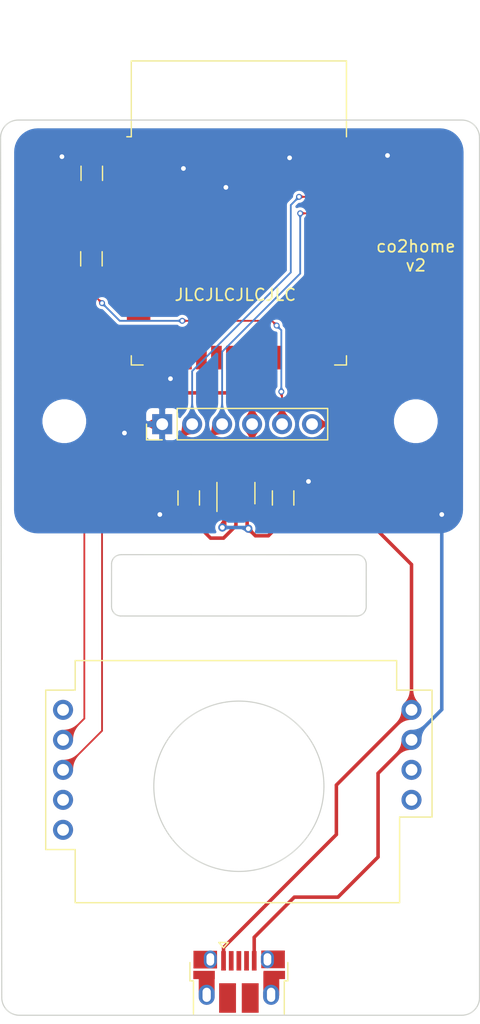
<source format=kicad_pcb>
(kicad_pcb (version 20171130) (host pcbnew "(5.1.6)-1")
  (layers (0 Top signal) (31 Bottom signal) (34 B.Paste user) (35 F.Paste user) (36 B.SilkS user) (37 F.SilkS user) (38 B.Mask user) (39 F.Mask user) (44 Edge.Cuts user))
  (net 0 "")
  (net 1 +3V3)
  (net 2 /RXD)
  (net 3 /TXD)
  (net 4 "Net-(J2-Pad6)")
  (net 5 VBUS)
  (net 6 GND)
  (net 7 /GPIO0)
  (net 8 /EN)
  (module MountingHole:MountingHole_3.2mm_M3 (layer Top) (at 120.225 55.9)
    (fp_text reference REF**)
    (fp_text value MountingHole_3.2mm_M3)
    (pad 1 np_thru_hole circle (at 0 0) (size 3.2 3.2) (drill 3.2) (layers *.Cu *.Mask))
  )
  (module MountingHole:MountingHole_3.2mm_M3 (layer Top) (at 150.025 55.9)
    (fp_text reference REF**)
    (fp_text value MountingHole_3.2mm_M3)
    (pad 1 np_thru_hole circle (at 0 0) (size 3.2 3.2) (drill 3.2) (layers *.Cu *.Mask))
  )
  (module Connector_PinHeader_2.54mm:PinHeader_1x06_P2.54mm_Vertical (layer Top) (at 128.525 56.15 90)
    (fp_text reference J1)
    (fp_text value esp32buddy)
    (pad 6 thru_hole oval (at 0 12.7 90) (size 1.7 1.7) (drill 1) (layers *.Cu *.Mask) (net 7 /GPIO0))
    (pad 5 thru_hole oval (at 0 10.16 90) (size 1.7 1.7) (drill 1) (layers *.Cu *.Mask) (net 8 /EN))
    (pad 4 thru_hole oval (at 0 7.62 90) (size 1.7 1.7) (drill 1) (layers *.Cu *.Mask) (net 1 +3V3))
    (pad 3 thru_hole oval (at 0 5.08 90) (size 1.7 1.7) (drill 1) (layers *.Cu *.Mask) (net 2 /RXD))
    (pad 2 thru_hole oval (at 0 2.54 90) (size 1.7 1.7) (drill 1) (layers *.Cu *.Mask) (net 3 /TXD))
    (pad 1 thru_hole rect (at 0 0 90) (size 1.7 1.7) (drill 1) (layers *.Cu *.Mask) (net 6 GND))
  )
  (module !Greg:USB_Micro-B_Amphenol_10103594-0001LF_Horizontal (layer Top) (at 135.05 103.355)
    (fp_text reference J2)
    (fp_text value USB_B_Micro)
    (pad 6 smd rect (at 0.935 1.385 90) (size 2.5 1.43) (layers Top F.Paste F.Mask) (net 4 "Net-(J2-Pad6)"))
    (pad 6 smd rect (at -0.985 1.385 90) (size 2.5 1.43) (layers Top F.Paste F.Mask) (net 4 "Net-(J2-Pad6)"))
    (pad 6 thru_hole oval (at 2.705 1.115 90) (size 1.7 1.35) (drill oval 1.2 0.7) (layers *.Cu *.Mask) (net 4 "Net-(J2-Pad6)"))
    (pad 6 thru_hole oval (at -2.755 1.115 90) (size 1.7 1.35) (drill oval 1.2 0.7) (layers *.Cu *.Mask) (net 4 "Net-(J2-Pad6)"))
    (pad 6 thru_hole oval (at 2.395 -1.885 90) (size 1.5 1.1) (drill oval 1.05 0.65) (layers *.Cu *.Mask) (net 4 "Net-(J2-Pad6)"))
    (pad 6 thru_hole oval (at -2.445 -1.885 90) (size 1.5 1.1) (drill oval 1.05 0.65) (layers *.Cu *.Mask) (net 4 "Net-(J2-Pad6)"))
    (pad 5 smd rect (at 1.275 -1.765 90) (size 1.65 0.4) (layers Top F.Paste F.Mask) (net 6 GND))
    (pad 4 smd rect (at 0.625 -1.765 90) (size 1.65 0.4) (layers Top F.Paste F.Mask))
    (pad 3 smd rect (at -0.025 -1.765 90) (size 1.65 0.4) (layers Top F.Paste F.Mask))
    (pad 2 smd rect (at -0.675 -1.765 90) (size 1.65 0.4) (layers Top F.Paste F.Mask))
    (pad 1 smd rect (at -1.325 -1.765 90) (size 1.65 0.4) (layers Top F.Paste F.Mask) (net 5 VBUS))
    (pad 6 smd rect (at 2.875 -1.885) (size 2 1.5) (layers Top F.Paste F.Mask) (net 4 "Net-(J2-Pad6)"))
    (pad 6 smd rect (at -2.875 -1.865) (size 2 1.5) (layers Top F.Paste F.Mask) (net 4 "Net-(J2-Pad6)"))
    (pad 6 smd rect (at 2.975 -0.565) (size 1.825 0.7) (layers Top F.Paste F.Mask) (net 4 "Net-(J2-Pad6)"))
    (pad 6 smd rect (at -2.975 -0.565) (size 1.825 0.7) (layers Top F.Paste F.Mask) (net 4 "Net-(J2-Pad6)"))
    (pad 6 smd rect (at -2.755 0.185) (size 1.35 2) (layers Top F.Paste F.Mask) (net 4 "Net-(J2-Pad6)"))
    (pad 6 smd rect (at 2.725 0.185) (size 1.35 2) (layers Top F.Paste F.Mask) (net 4 "Net-(J2-Pad6)"))
  )
  (module !Greg:MH-Z19 (layer Top) (at 137.9 85.42 180)
    (fp_text reference U1)
    (fp_text value MH-Z19)
    (pad 9 thru_hole circle (at -11.76 -2.54 180) (size 1.7 1.7) (drill 1) (layers *.Cu *.Mask))
    (pad 8 thru_hole circle (at -11.76 0 180) (size 1.7 1.7) (drill 1) (layers *.Cu *.Mask))
    (pad 7 thru_hole circle (at -11.76 2.54 180) (size 1.7 1.7) (drill 1) (layers *.Cu *.Mask) (net 6 GND))
    (pad 6 thru_hole circle (at -11.76 5.08 180) (size 1.7 1.7) (drill 1) (layers *.Cu *.Mask) (net 5 VBUS))
    (pad 5 thru_hole circle (at 17.78 -5.08 180) (size 1.7 1.7) (drill 1) (layers *.Cu *.Mask))
    (pad 4 thru_hole circle (at 17.78 -2.54 180) (size 1.7 1.7) (drill 1) (layers *.Cu *.Mask))
    (pad 3 thru_hole circle (at 17.78 0 180) (size 1.7 1.7) (drill 1) (layers *.Cu *.Mask) (net 2 /RXD))
    (pad 2 thru_hole circle (at 17.78 2.54 180) (size 1.7 1.7) (drill 1) (layers *.Cu *.Mask) (net 3 /TXD))
    (pad 1 thru_hole circle (at 17.78 5.08 180) (size 1.7 1.7) (drill 1) (layers *.Cu *.Mask))
  )
  (module RF_Module:ESP32-WROOM-32 (layer Top) (at 135.025 41.26)
    (fp_text reference U3)
    (fp_text value ESP32-WROOM-32D)
    (pad 38 smd rect (at 8.5 -8.255) (size 2 0.9) (layers Top F.Paste F.Mask) (net 6 GND))
    (pad 37 smd rect (at 8.5 -6.985) (size 2 0.9) (layers Top F.Paste F.Mask))
    (pad 36 smd rect (at 8.5 -5.715) (size 2 0.9) (layers Top F.Paste F.Mask))
    (pad 35 smd rect (at 8.5 -4.445) (size 2 0.9) (layers Top F.Paste F.Mask) (net 3 /TXD))
    (pad 34 smd rect (at 8.5 -3.175) (size 2 0.9) (layers Top F.Paste F.Mask) (net 2 /RXD))
    (pad 33 smd rect (at 8.5 -1.905) (size 2 0.9) (layers Top F.Paste F.Mask))
    (pad 32 smd rect (at 8.5 -0.635) (size 2 0.9) (layers Top F.Paste F.Mask))
    (pad 31 smd rect (at 8.5 0.635) (size 2 0.9) (layers Top F.Paste F.Mask))
    (pad 30 smd rect (at 8.5 1.905) (size 2 0.9) (layers Top F.Paste F.Mask))
    (pad 29 smd rect (at 8.5 3.175) (size 2 0.9) (layers Top F.Paste F.Mask))
    (pad 28 smd rect (at 8.5 4.445) (size 2 0.9) (layers Top F.Paste F.Mask))
    (pad 27 smd rect (at 8.5 5.715) (size 2 0.9) (layers Top F.Paste F.Mask))
    (pad 26 smd rect (at 8.5 6.985) (size 2 0.9) (layers Top F.Paste F.Mask))
    (pad 25 smd rect (at 8.5 8.255) (size 2 0.9) (layers Top F.Paste F.Mask) (net 7 /GPIO0))
    (pad 24 smd rect (at 5.715 9.255 90) (size 2 0.9) (layers Top F.Paste F.Mask))
    (pad 23 smd rect (at 4.445 9.255 90) (size 2 0.9) (layers Top F.Paste F.Mask))
    (pad 22 smd rect (at 3.175 9.255 90) (size 2 0.9) (layers Top F.Paste F.Mask))
    (pad 21 smd rect (at 1.905 9.255 90) (size 2 0.9) (layers Top F.Paste F.Mask))
    (pad 20 smd rect (at 0.635 9.255 90) (size 2 0.9) (layers Top F.Paste F.Mask))
    (pad 19 smd rect (at -0.635 9.255 90) (size 2 0.9) (layers Top F.Paste F.Mask))
    (pad 18 smd rect (at -1.905 9.255 90) (size 2 0.9) (layers Top F.Paste F.Mask))
    (pad 17 smd rect (at -3.175 9.255 90) (size 2 0.9) (layers Top F.Paste F.Mask))
    (pad 16 smd rect (at -4.445 9.255 90) (size 2 0.9) (layers Top F.Paste F.Mask))
    (pad 15 smd rect (at -5.715 9.255 90) (size 2 0.9) (layers Top F.Paste F.Mask) (net 6 GND))
    (pad 14 smd rect (at -8.5 8.255) (size 2 0.9) (layers Top F.Paste F.Mask))
    (pad 13 smd rect (at -8.5 6.985) (size 2 0.9) (layers Top F.Paste F.Mask))
    (pad 12 smd rect (at -8.5 5.715) (size 2 0.9) (layers Top F.Paste F.Mask))
    (pad 11 smd rect (at -8.5 4.445) (size 2 0.9) (layers Top F.Paste F.Mask))
    (pad 10 smd rect (at -8.5 3.175) (size 2 0.9) (layers Top F.Paste F.Mask))
    (pad 9 smd rect (at -8.5 1.905) (size 2 0.9) (layers Top F.Paste F.Mask))
    (pad 8 smd rect (at -8.5 0.635) (size 2 0.9) (layers Top F.Paste F.Mask))
    (pad 7 smd rect (at -8.5 -0.635) (size 2 0.9) (layers Top F.Paste F.Mask))
    (pad 6 smd rect (at -8.5 -1.905) (size 2 0.9) (layers Top F.Paste F.Mask))
    (pad 5 smd rect (at -8.5 -3.175) (size 2 0.9) (layers Top F.Paste F.Mask))
    (pad 4 smd rect (at -8.5 -4.445) (size 2 0.9) (layers Top F.Paste F.Mask))
    (pad 3 smd rect (at -8.5 -5.715) (size 2 0.9) (layers Top F.Paste F.Mask) (net 8 /EN))
    (pad 2 smd rect (at -8.5 -6.985) (size 2 0.9) (layers Top F.Paste F.Mask) (net 1 +3V3))
    (pad 1 smd rect (at -8.5 -8.255) (size 2 0.9) (layers Top F.Paste F.Mask) (net 6 GND))
    (pad 39 smd rect (at -1 -0.755) (size 5 5) (layers Top F.Paste F.Mask) (net 6 GND))
  )
  (module Package_TO_SOT_SMD:SOT-23-5 (layer Top) (at 134.775 61.99 90)
    (fp_text reference U2)
    (fp_text value TLV75533PDBV)
    (pad 5 smd rect (at 1.1 -0.95 90) (size 1.06 0.65) (layers Top F.Paste F.Mask) (net 1 +3V3))
    (pad 4 smd rect (at 1.1 0.95 90) (size 1.06 0.65) (layers Top F.Paste F.Mask))
    (pad 3 smd rect (at -1.1 0.95 90) (size 1.06 0.65) (layers Top F.Paste F.Mask) (net 5 VBUS))
    (pad 2 smd rect (at -1.1 0 90) (size 1.06 0.65) (layers Top F.Paste F.Mask) (net 6 GND))
    (pad 1 smd rect (at -1.1 -0.95 90) (size 1.06 0.65) (layers Top F.Paste F.Mask) (net 5 VBUS))
  )
  (module Resistor_SMD:R_1206_3216Metric (layer Top) (at 122.525 42.15 90)
    (fp_text reference R1)
    (fp_text value 100k)
    (pad 2 smd roundrect (at 1.4 0 90) (size 1.25 1.75) (layers Top F.Paste F.Mask) (roundrect_rratio 0.2) (net 1 +3V3))
    (pad 1 smd roundrect (at -1.4 0 90) (size 1.25 1.75) (layers Top F.Paste F.Mask) (roundrect_rratio 0.2) (net 8 /EN))
  )
  (module Capacitor_SMD:C_1206_3216Metric (layer Top) (at 122.555 34.91 270)
    (fp_text reference C3)
    (fp_text value 10uF)
    (pad 2 smd roundrect (at 1.4 0 270) (size 1.25 1.75) (layers Top F.Paste F.Mask) (roundrect_rratio 0.2) (net 1 +3V3))
    (pad 1 smd roundrect (at -1.4 0 270) (size 1.25 1.75) (layers Top F.Paste F.Mask) (roundrect_rratio 0.2) (net 6 GND))
  )
  (module Capacitor_SMD:C_1206_3216Metric (layer Top) (at 130.775 62.4 270)
    (fp_text reference C2)
    (fp_text value 1uF)
    (pad 2 smd roundrect (at 1.4 0 270) (size 1.25 1.75) (layers Top F.Paste F.Mask) (roundrect_rratio 0.2) (net 6 GND))
    (pad 1 smd roundrect (at -1.4 0 270) (size 1.25 1.75) (layers Top F.Paste F.Mask) (roundrect_rratio 0.2) (net 1 +3V3))
  )
  (module Capacitor_SMD:C_1206_3216Metric (layer Top) (at 138.775 62.4 270)
    (fp_text reference C1)
    (fp_text value 1uF)
    (pad 2 smd roundrect (at 1.4 0 270) (size 1.25 1.75) (layers Top F.Paste F.Mask) (roundrect_rratio 0.2) (net 5 VBUS))
    (pad 1 smd roundrect (at -1.4 0 270) (size 1.25 1.75) (layers Top F.Paste F.Mask) (roundrect_rratio 0.2) (net 6 GND))
  )
  (gr_text JLCJLCJLCJLC (at 134.725 45.2) (layer F.SilkS) (effects (font (size 1 1))))
  (gr_arc (start 153.925 104.7) (end 153.925 106.2) (angle -90) (layer Edge.Cuts) (width 0.1))
  (gr_arc (start 116.425 104.7) (end 114.925 104.7) (angle -90) (layer Edge.Cuts) (width 0.1))
  (gr_arc (start 116.325 31.9) (end 116.325 30.4) (angle -90) (layer Edge.Cuts) (width 0.1))
  (gr_arc (start 153.925 31.9) (end 155.425 31.9) (angle -90) (layer Edge.Cuts) (width 0.1))
  (gr_arc (start 145.025 71.6) (end 145.025 72.395) (angle -86.56636964) (layer Edge.Cuts) (width 0.1))
  (gr_arc (start 125.025 71.6) (end 124.23 71.6) (angle -86.56636964) (layer Edge.Cuts) (width 0.1))
  (gr_arc (start 125.025 68) (end 125.025 67.205) (angle -86.56636964) (layer Edge.Cuts) (width 0.1))
  (gr_arc (start 145.025 68) (end 145.82 68) (angle -86.56636964) (layer Edge.Cuts) (width 0.1))
  (gr_text "co2home\nv2" (at 150.025 41.9) (layer F.SilkS) (effects (font (size 1 1))))
  (gr_circle (center 135.025 86.811102) (end 129.025 82.811102) (layer Edge.Cuts) (width 0.1))
  (gr_line (start 124.23 71.6) (end 124.231427 67.952386) (layer Edge.Cuts) (width 0.1))
  (gr_line (start 145.025 72.395) (end 124.977386 72.393573) (layer Edge.Cuts) (width 0.1))
  (gr_line (start 145.82 68) (end 145.818573 71.647614) (layer Edge.Cuts) (width 0.1))
  (gr_line (start 125.025 67.2) (end 145.072614 67.206427) (layer Edge.Cuts) (width 0.1))
  (gr_line (start 116.325 30.4) (end 153.925 30.4) (layer Edge.Cuts) (width 0.1))
  (gr_line (start 114.925 104.7) (end 114.825 31.9) (layer Edge.Cuts) (width 0.1))
  (gr_line (start 155.425 104.7) (end 155.425 31.9) (layer Edge.Cuts) (width 0.1))
  (gr_line (start 153.925 106.2) (end 116.425 106.2) (layer Edge.Cuts) (width 0.1))
  (segment (start 133.715 61) (end 133.825 60.89) (width 0.3) (layer Top) (net 1))
  (segment (start 130.775 61) (end 133.715 61) (width 0.3) (layer Top) (net 1))
  (segment (start 133.825 60.89) (end 133.825 60.1) (width 0.3) (layer Top) (net 1))
  (segment (start 136.145 57.78) (end 136.145 56.15) (width 0.3) (layer Top) (net 1))
  (segment (start 133.825 60.1) (end 136.145 57.78) (width 0.3) (layer Top) (net 1))
  (segment (start 122.525 40.75) (end 122.675 40.75) (width 0.3) (layer Top) (net 1))
  (segment (start 122.555 40.63) (end 122.555 36.31) (width 0.3) (layer Top) (net 1))
  (segment (start 122.675 40.75) (end 122.555 40.63) (width 0.3) (layer Top) (net 1))
  (segment (start 124.59 34.275) (end 126.525 34.275) (width 0.3) (layer Top) (net 1))
  (segment (start 122.555 36.31) (end 124.59 34.275) (width 0.3) (layer Top) (net 1))
  (segment (start 121.075 40.75) (end 122.525 40.75) (width 0.3) (layer Top) (net 1))
  (segment (start 119.125 42.7) (end 121.075 40.75) (width 0.3) (layer Top) (net 1))
  (segment (start 136.145 53.62) (end 136.025 53.5) (width 0.3) (layer Top) (net 1))
  (segment (start 136.145 56.15) (end 136.145 53.62) (width 0.3) (layer Top) (net 1))
  (segment (start 124.425 53.5) (end 119.125 48.2) (width 0.3) (layer Top) (net 1))
  (segment (start 136.025 53.5) (end 124.425 53.5) (width 0.3) (layer Top) (net 1))
  (segment (start 119.125 48.2) (end 119.125 42.7) (width 0.3) (layer Top) (net 1))
  (via (at 140.225 38.3) (size 0.508) (drill 0.3) (layers Top Bottom) (net 2))
  (segment (start 143.31 38.3) (end 143.525 38.085) (width 0.1524) (layer Top) (net 2))
  (segment (start 140.225 38.3) (end 143.31 38.3) (width 0.1524) (layer Top) (net 2))
  (segment (start 140.225 43.4) (end 140.225 38.3) (width 0.1524) (layer Bottom) (net 2))
  (segment (start 133.605 56.15) (end 133.605 50.02) (width 0.1524) (layer Bottom) (net 2))
  (segment (start 133.605 50.02) (end 140.225 43.4) (width 0.1524) (layer Bottom) (net 2))
  (segment (start 130.655 59.1) (end 133.605 56.15) (width 0.1524) (layer Top) (net 2))
  (segment (start 123.425 65.1) (end 129.425 59.1) (width 0.1524) (layer Top) (net 2))
  (segment (start 129.425 59.1) (end 130.655 59.1) (width 0.1524) (layer Top) (net 2))
  (segment (start 120.12 85.42) (end 123.425 82.115) (width 0.1524) (layer Top) (net 2))
  (segment (start 123.425 82.115) (end 123.425 65.1) (width 0.1524) (layer Top) (net 2))
  (via (at 140.125 36.9) (size 0.508) (drill 0.3) (layers Top Bottom) (net 3))
  (segment (start 143.44 36.9) (end 143.525 36.815) (width 0.1524) (layer Top) (net 3))
  (segment (start 140.125 36.9) (end 143.44 36.9) (width 0.1524) (layer Top) (net 3))
  (segment (start 139.425 37.6) (end 140.125 36.9) (width 0.1524) (layer Bottom) (net 3))
  (segment (start 131.065 56.15) (end 131.065 51.66) (width 0.1524) (layer Bottom) (net 3))
  (segment (start 139.425 43.3) (end 139.425 37.6) (width 0.1524) (layer Bottom) (net 3))
  (segment (start 131.065 51.66) (end 139.425 43.3) (width 0.1524) (layer Bottom) (net 3))
  (segment (start 131.065 56.56) (end 131.065 56.15) (width 0.1524) (layer Top) (net 3))
  (segment (start 121.925 81.075) (end 121.925 64.3) (width 0.1524) (layer Top) (net 3))
  (segment (start 121.925 64.3) (end 127.225 59) (width 0.1524) (layer Top) (net 3))
  (segment (start 120.12 82.88) (end 121.925 81.075) (width 0.1524) (layer Top) (net 3))
  (segment (start 127.225 59) (end 128.625 59) (width 0.1524) (layer Top) (net 3))
  (segment (start 128.625 59) (end 131.065 56.56) (width 0.1524) (layer Top) (net 3))
  (segment (start 133.725 100.465) (end 143.29 90.9) (width 0.3) (layer Top) (net 5))
  (segment (start 133.725 101.59) (end 133.725 100.465) (width 0.3) (layer Top) (net 5))
  (segment (start 143.29 86.71) (end 149.66 80.34) (width 0.3) (layer Top) (net 5))
  (segment (start 143.29 90.9) (end 143.29 86.71) (width 0.3) (layer Top) (net 5))
  (segment (start 149.66 80.34) (end 149.66 68.035) (width 0.3) (layer Top) (net 5))
  (segment (start 149.66 68.035) (end 145.425 63.8) (width 0.3) (layer Top) (net 5))
  (segment (start 145.425 63.8) (end 138.775 63.8) (width 0.3) (layer Top) (net 5))
  (segment (start 133.825 63.09) (end 133.825 64.7) (width 0.3) (layer Top) (net 5))
  (via (at 133.625 64.9) (size 0.7) (drill 0.4) (layers Top Bottom) (net 5))
  (segment (start 133.825 64.7) (end 133.625 64.9) (width 0.3) (layer Top) (net 5))
  (segment (start 133.625 64.9) (end 135.725002 64.9) (width 0.3) (layer Bottom) (net 5))
  (segment (start 135.725002 64.9) (end 135.825002 65) (width 0.3) (layer Bottom) (net 5))
  (segment (start 135.725 64.899998) (end 135.825002 65) (width 0.3) (layer Top) (net 5))
  (segment (start 135.725 64.6) (end 135.725 64.899998) (width 0.3) (layer Top) (net 5))
  (segment (start 135.725 63.09) (end 135.725 64.6) (width 0.3) (layer Top) (net 5))
  (via (at 135.825002 65) (size 0.7) (drill 0.4) (layers Top Bottom) (net 5))
  (segment (start 136.425002 65.6) (end 135.825002 65) (width 0.3) (layer Top) (net 5))
  (segment (start 138.775 63.8) (end 138.775 64.35) (width 0.3) (layer Top) (net 5))
  (segment (start 137.525 65.6) (end 136.425002 65.6) (width 0.3) (layer Top) (net 5))
  (segment (start 138.775 64.35) (end 137.525 65.6) (width 0.3) (layer Top) (net 5))
  (segment (start 136.325 101.59) (end 136.325 99.6) (width 0.3) (layer Top) (net 6))
  (segment (start 136.325 99.6) (end 139.725 96.2) (width 0.3) (layer Top) (net 6))
  (segment (start 139.725 96.2) (end 143.425 96.2) (width 0.3) (layer Top) (net 6))
  (segment (start 143.425 96.2) (end 146.825 92.8) (width 0.3) (layer Top) (net 6))
  (segment (start 146.825 85.715) (end 149.66 82.88) (width 0.3) (layer Top) (net 6))
  (segment (start 146.825 92.8) (end 146.825 85.715) (width 0.3) (layer Top) (net 6))
  (via (at 152.225 63.8) (size 0.7) (drill 0.4) (layers Top Bottom) (net 6))
  (segment (start 149.66 82.88) (end 152.225 80.315) (width 0.3) (layer Bottom) (net 6))
  (segment (start 152.225 80.315) (end 152.225 63.8) (width 0.3) (layer Bottom) (net 6))
  (via (at 140.925 61) (size 0.7) (drill 0.4) (layers Top Bottom) (net 6))
  (segment (start 138.775 61) (end 140.925 61) (width 0.3) (layer Top) (net 6))
  (via (at 128.325 63.8) (size 0.7) (drill 0.4) (layers Top Bottom) (net 6))
  (segment (start 130.775 63.8) (end 128.325 63.8) (width 0.3) (layer Top) (net 6))
  (segment (start 134.775 64.75) (end 134.775 63.09) (width 0.3) (layer Top) (net 6))
  (segment (start 133.725 65.8) (end 134.775 64.75) (width 0.3) (layer Top) (net 6))
  (segment (start 132.625 65.8) (end 133.725 65.8) (width 0.3) (layer Top) (net 6))
  (segment (start 130.775 63.8) (end 130.775 63.95) (width 0.3) (layer Top) (net 6))
  (segment (start 130.775 63.95) (end 132.625 65.8) (width 0.3) (layer Top) (net 6))
  (via (at 120.025 33.5) (size 0.7) (drill 0.4) (layers Top Bottom) (net 6))
  (segment (start 122.555 33.51) (end 120.035 33.51) (width 0.3) (layer Top) (net 6))
  (segment (start 120.035 33.51) (end 120.025 33.5) (width 0.3) (layer Top) (net 6))
  (via (at 130.325 34.5) (size 0.7) (drill 0.4) (layers Top Bottom) (net 6))
  (segment (start 126.525 33.005) (end 128.83 33.005) (width 0.3) (layer Top) (net 6))
  (segment (start 128.83 33.005) (end 130.325 34.5) (width 0.3) (layer Top) (net 6))
  (via (at 133.925 36.1) (size 0.7) (drill 0.4) (layers Top Bottom) (net 6))
  (segment (start 134.025 40.505) (end 134.025 36.2) (width 0.3) (layer Top) (net 6))
  (segment (start 134.025 36.2) (end 133.925 36.1) (width 0.3) (layer Top) (net 6))
  (segment (start 128.525 56.15) (end 128.525 56.2) (width 0.3) (layer Top) (net 6))
  (via (at 129.225 52.3) (size 0.7) (drill 0.4) (layers Top Bottom) (net 6))
  (segment (start 128.525 56.15) (end 128.525 53) (width 0.3) (layer Bottom) (net 6))
  (segment (start 128.525 53) (end 129.225 52.3) (width 0.3) (layer Bottom) (net 6))
  (segment (start 129.225 50.6) (end 129.31 50.515) (width 0.3) (layer Top) (net 6))
  (segment (start 129.225 52.3) (end 129.225 50.6) (width 0.3) (layer Top) (net 6))
  (via (at 125.325 56.9) (size 0.7) (drill 0.4) (layers Top Bottom) (net 6))
  (segment (start 128.525 56.15) (end 126.075 56.15) (width 0.3) (layer Top) (net 6))
  (segment (start 126.075 56.15) (end 125.325 56.9) (width 0.3) (layer Top) (net 6))
  (segment (start 143.525 33.005) (end 147.23 33.005) (width 0.3) (layer Top) (net 6))
  (via (at 147.625 33.4) (size 0.7) (drill 0.4) (layers Top Bottom) (net 6))
  (segment (start 147.23 33.005) (end 147.625 33.4) (width 0.3) (layer Top) (net 6))
  (via (at 139.325 33.6) (size 0.7) (drill 0.4) (layers Top Bottom) (net 6))
  (segment (start 143.525 33.005) (end 139.92 33.005) (width 0.3) (layer Top) (net 6))
  (segment (start 139.92 33.005) (end 139.325 33.6) (width 0.3) (layer Top) (net 6))
  (segment (start 147.025 52) (end 147.025 50.1) (width 0.1524) (layer Top) (net 7))
  (segment (start 141.225 56.15) (end 142.875 56.15) (width 0.1524) (layer Top) (net 7))
  (segment (start 146.44 49.515) (end 143.525 49.515) (width 0.1524) (layer Top) (net 7))
  (segment (start 147.025 50.1) (end 146.44 49.515) (width 0.1524) (layer Top) (net 7))
  (segment (start 142.875 56.15) (end 147.025 52) (width 0.1524) (layer Top) (net 7))
  (segment (start 122.675 43.7) (end 122.525 43.55) (width 0.1524) (layer Top) (net 8))
  (segment (start 124.325 43.7) (end 122.675 43.7) (width 0.1524) (layer Top) (net 8))
  (segment (start 124.98 35.545) (end 126.525 35.545) (width 0.1524) (layer Top) (net 8))
  (segment (start 124.325 43.7) (end 124.325 36.2) (width 0.1524) (layer Top) (net 8))
  (segment (start 124.325 36.2) (end 124.98 35.545) (width 0.1524) (layer Top) (net 8))
  (segment (start 138.685 56.15) (end 138.685 53.46) (width 0.1524) (layer Top) (net 8))
  (via (at 138.625 53.4) (size 0.508) (drill 0.3) (layers Top Bottom) (net 8))
  (segment (start 138.685 53.46) (end 138.625 53.4) (width 0.1524) (layer Top) (net 8))
  (via (at 138.225 47.8) (size 0.508) (drill 0.3) (layers Top Bottom) (net 8))
  (segment (start 138.625 53.4) (end 138.625 48.2) (width 0.1524) (layer Bottom) (net 8))
  (segment (start 138.625 48.2) (end 138.225 47.8) (width 0.1524) (layer Bottom) (net 8))
  (via (at 130.225 47.4) (size 0.508) (drill 0.3) (layers Top Bottom) (net 8))
  (segment (start 138.225 47.8) (end 137.825 47.4) (width 0.1524) (layer Top) (net 8))
  (segment (start 137.825 47.4) (end 130.225 47.4) (width 0.1524) (layer Top) (net 8))
  (segment (start 130.225 47.4) (end 124.925 47.4) (width 0.1524) (layer Bottom) (net 8))
  (via (at 123.425 45.9) (size 0.508) (drill 0.3) (layers Top Bottom) (net 8))
  (segment (start 124.925 47.4) (end 123.425 45.9) (width 0.1524) (layer Bottom) (net 8))
  (segment (start 122.525 45) (end 122.525 43.55) (width 0.1524) (layer Top) (net 8))
  (segment (start 123.425 45.9) (end 122.525 45) (width 0.1524) (layer Top) (net 8))
  (zone (net 6) (net_name GND) (layer Bottom) (connect_pads (clearance 0.254)) (min_thickness 0.254) (fill yes (arc_segments 32) (thermal_gap 0.508) (thermal_bridge_width 0.508) (smoothing fillet) (radius 2))
    (polygon (pts (xy 154.025 65.4) (xy 142.8875 65.4) (xy 115.9625 65.4) (xy 115.975 31.1) (xy 154.075 31.1)))
  )
  (zone (net 1) (net_name +3V3) (layer Top) (priority 16962) (connect_pads yes (clearance 0.2)) (min_thickness 0.0254) (fill yes (arc_segments 32) (thermal_gap 0.508) (thermal_bridge_width 0.508) (smoothing fillet) (radius 2))
    (polygon (pts (xy 133.2925 61.15) (xy 133.335903 61.129874) (xy 133.376336 61.113499) (xy 133.4138 61.100874) (xy 133.448295 61.091999) (xy 133.47982 61.086874) (xy 133.508376 61.085499) (xy 133.533962 61.087874) (xy 133.556579 61.093999) (xy 133.576226 61.103874) (xy 133.592904 61.1175) (xy 133.9875 60.89) (xy 133.592904 60.6625) (xy 133.576226 60.678325) (xy 133.556579 60.6948) (xy 133.533962 60.711925) (xy 133.508376 60.7297) (xy 133.47982 60.748125) (xy 133.448295 60.7672) (xy 133.4138 60.786925) (xy 133.376336 60.8073) (xy 133.335903 60.828325) (xy 133.2925 60.85)))
  )
  (zone (net 1) (net_name +3V3) (layer Top) (priority 16962) (connect_pads yes (clearance 0.2)) (min_thickness 0.0254) (fill yes (arc_segments 32) (thermal_gap 0.508) (thermal_bridge_width 0.508) (smoothing fillet) (radius 2))
    (polygon (pts (xy 131.921744 60.850001) (xy 131.839392 60.847125) (xy 131.759776 60.8385) (xy 131.682895 60.824125) (xy 131.608751 60.804) (xy 131.537343 60.778125) (xy 131.46867 60.7465) (xy 131.402733 60.709125) (xy 131.339533 60.666) (xy 131.279068 60.617125) (xy 131.221339 60.5625) (xy 130.4625 61) (xy 131.221339 61.4375) (xy 131.279068 61.382874) (xy 131.339533 61.333999) (xy 131.402733 61.290874) (xy 131.46867 61.253499) (xy 131.537343 61.221874) (xy 131.608751 61.195999) (xy 131.682895 61.175874) (xy 131.759776 61.161499) (xy 131.839392 61.152874) (xy 131.921744 61.149999)))
  )
  (zone (net 1) (net_name +3V3) (layer Top) (priority 16962) (connect_pads yes (clearance 0.2)) (min_thickness 0.0254) (fill yes (arc_segments 32) (thermal_gap 0.508) (thermal_bridge_width 0.508) (smoothing fillet) (radius 2))
    (polygon (pts (xy 133.675 60.4675) (xy 133.674225 60.490003) (xy 133.6719 60.511736) (xy 133.668025 60.5327) (xy 133.6626 60.552895) (xy 133.655625 60.57232) (xy 133.6471 60.590976) (xy 133.637025 60.608862) (xy 133.6254 60.625979) (xy 133.612225 60.642326) (xy 133.5975 60.657904) (xy 133.825 61.0525) (xy 134.0525 60.657904) (xy 134.037774 60.642326) (xy 134.024599 60.625979) (xy 134.012974 60.608862) (xy 134.002899 60.590976) (xy 133.994374 60.57232) (xy 133.987399 60.552895) (xy 133.981974 60.5327) (xy 133.978099 60.511736) (xy 133.975774 60.490003) (xy 133.975 60.4675)))
  )
  (zone (net 1) (net_name +3V3) (layer Top) (priority 16962) (connect_pads yes (clearance 0.2)) (min_thickness 0.0254) (fill yes (arc_segments 32) (thermal_gap 0.508) (thermal_bridge_width 0.508) (smoothing fillet) (radius 2))
    (polygon (pts (xy 136.294999 57.78) (xy 136.299449 57.664147) (xy 136.312799 57.551307) (xy 136.335049 57.441479) (xy 136.366199 57.334663) (xy 136.406249 57.230859) (xy 136.455199 57.130067) (xy 136.513049 57.032287) (xy 136.579799 56.93752) (xy 136.655449 56.845764) (xy 136.74 56.757021) (xy 136.145 55.725) (xy 135.55 56.757021) (xy 135.63455 56.845764) (xy 135.7102 56.93752) (xy 135.77695 57.032287) (xy 135.8348 57.130067) (xy 135.88375 57.230859) (xy 135.9238 57.334663) (xy 135.95495 57.441479) (xy 135.9772 57.551307) (xy 135.99055 57.664147) (xy 135.995001 57.78)))
  )
  (zone (net 1) (net_name +3V3) (layer Top) (priority 16962) (connect_pads yes (clearance 0.2)) (min_thickness 0.0254) (fill yes (arc_segments 32) (thermal_gap 0.508) (thermal_bridge_width 0.508) (smoothing fillet) (radius 2))
    (polygon (pts (xy 122.405001 39.483256) (xy 122.396425 39.588407) (xy 122.3827 39.688423) (xy 122.363825 39.783304) (xy 122.3398 39.873048) (xy 122.310625 39.957656) (xy 122.2763 40.037129) (xy 122.236825 40.111466) (xy 122.1922 40.180666) (xy 122.142425 40.244731) (xy 122.0875 40.303661) (xy 122.525 41.0625) (xy 122.9625 40.303661) (xy 122.908174 40.244731) (xy 122.860199 40.180666) (xy 122.818574 40.111466) (xy 122.783299 40.037129) (xy 122.754374 39.957656) (xy 122.731799 39.873048) (xy 122.715574 39.783304) (xy 122.705699 39.688423) (xy 122.702174 39.588407) (xy 122.704999 39.483256)))
  )
  (zone (net 1) (net_name +3V3) (layer Top) (priority 16962) (connect_pads yes (clearance 0.2)) (min_thickness 0.0254) (fill yes (arc_segments 32) (thermal_gap 0.508) (thermal_bridge_width 0.508) (smoothing fillet) (radius 2))
    (polygon (pts (xy 122.704999 37.456744) (xy 122.707874 37.374392) (xy 122.716499 37.294776) (xy 122.730874 37.217895) (xy 122.750999 37.143751) (xy 122.776874 37.072343) (xy 122.808499 37.00367) (xy 122.845874 36.937733) (xy 122.888999 36.874533) (xy 122.937874 36.814068) (xy 122.9925 36.756339) (xy 122.555 35.9975) (xy 122.1175 36.756339) (xy 122.172125 36.814068) (xy 122.221 36.874533) (xy 122.264125 36.937733) (xy 122.3015 37.00367) (xy 122.333125 37.072343) (xy 122.359 37.143751) (xy 122.379125 37.217895) (xy 122.3935 37.294776) (xy 122.402125 37.374392) (xy 122.405001 37.456744)))
  )
  (zone (net 1) (net_name +3V3) (layer Top) (priority 16962) (connect_pads yes (clearance 0.2)) (min_thickness 0.0254) (fill yes (arc_segments 32) (thermal_gap 0.508) (thermal_bridge_width 0.508) (smoothing fillet) (radius 2))
    (polygon (pts (xy 125.80074 34.425) (xy 125.848178 34.426649) (xy 125.894028 34.431599) (xy 125.938289 34.439849) (xy 125.980962 34.451399) (xy 126.022046 34.466249) (xy 126.061541 34.484399) (xy 126.099447 34.505849) (xy 126.135765 34.530599) (xy 126.170495 34.558649) (xy 126.203636 34.59) (xy 126.75 34.275) (xy 126.203636 33.96) (xy 126.170495 33.99135) (xy 126.135765 34.0194) (xy 126.099447 34.04415) (xy 126.061541 34.0656) (xy 126.022046 34.08375) (xy 125.980962 34.0986) (xy 125.938289 34.11015) (xy 125.894028 34.1184) (xy 125.848178 34.12335) (xy 125.80074 34.125)))
  )
  (zone (net 1) (net_name +3V3) (layer Top) (priority 16962) (connect_pads yes (clearance 0.2)) (min_thickness 0.0254) (fill yes (arc_segments 32) (thermal_gap 0.508) (thermal_bridge_width 0.508) (smoothing fillet) (radius 2))
    (polygon (pts (xy 123.259805 35.393063) (xy 123.19954 35.449261) (xy 123.137144 35.49946) (xy 123.072617 35.543658) (xy 123.005958 35.581855) (xy 122.937168 35.614052) (xy 122.866247 35.640249) (xy 122.793195 35.660445) (xy 122.718011 35.674641) (xy 122.640696 35.682836) (xy 122.56125 35.685032) (xy 122.33403 36.53097) (xy 123.179968 36.30375) (xy 123.182163 36.224303) (xy 123.190358 36.146988) (xy 123.204554 36.071804) (xy 123.22475 35.998752) (xy 123.250947 35.927831) (xy 123.283144 35.859041) (xy 123.321341 35.792382) (xy 123.365539 35.727855) (xy 123.415738 35.665459) (xy 123.471937 35.605195)))
  )
  (zone (net 1) (net_name +3V3) (layer Top) (priority 16962) (connect_pads yes (clearance 0.2)) (min_thickness 0.0254) (fill yes (arc_segments 32) (thermal_gap 0.508) (thermal_bridge_width 0.508) (smoothing fillet) (radius 2))
    (polygon (pts (xy 121.378256 40.899999) (xy 121.460607 40.902874) (xy 121.540223 40.911499) (xy 121.617104 40.925874) (xy 121.691248 40.945999) (xy 121.762656 40.971874) (xy 121.831329 41.003499) (xy 121.897266 41.040874) (xy 121.960466 41.083999) (xy 122.020931 41.132874) (xy 122.078661 41.1875) (xy 122.8375 40.75) (xy 122.078661 40.3125) (xy 122.020931 40.367125) (xy 121.960466 40.416) (xy 121.897266 40.459125) (xy 121.831329 40.4965) (xy 121.762656 40.528125) (xy 121.691248 40.554) (xy 121.617104 40.574125) (xy 121.540223 40.5885) (xy 121.460607 40.597125) (xy 121.378256 40.600001)))
  )
  (zone (net 1) (net_name +3V3) (layer Top) (priority 16962) (connect_pads yes (clearance 0.2)) (min_thickness 0.0254) (fill yes (arc_segments 32) (thermal_gap 0.508) (thermal_bridge_width 0.508) (smoothing fillet) (radius 2))
    (polygon (pts (xy 135.995 54.46006) (xy 135.99055 54.5873) (xy 135.9772 54.710331) (xy 135.95495 54.82915) (xy 135.9238 54.943758) (xy 135.88375 55.054155) (xy 135.8348 55.160342) (xy 135.77695 55.262317) (xy 135.7102 55.360082) (xy 135.63455 55.453636) (xy 135.55 55.542979) (xy 136.145 56.575) (xy 136.74 55.542979) (xy 136.655449 55.453636) (xy 136.579799 55.360082) (xy 136.513049 55.262317) (xy 136.455199 55.160342) (xy 136.406249 55.054155) (xy 136.366199 54.943758) (xy 136.335049 54.82915) (xy 136.312799 54.710331) (xy 136.299449 54.5873) (xy 136.295 54.46006)))
  )
  (zone (net 2) (net_name /RXD) (layer Top) (priority 16962) (connect_pads yes (clearance 0.1524)) (min_thickness 0.0254) (fill yes (arc_segments 32) (thermal_gap 0.508) (thermal_bridge_width 0.508) (smoothing fillet) (radius 2))
    (polygon (pts (xy 140.654244 38.2238) (xy 140.625077 38.222784) (xy 140.596885 38.219736) (xy 140.569666 38.214656) (xy 140.54342 38.207544) (xy 140.518149 38.1984) (xy 140.49385 38.187224) (xy 140.470525 38.174016) (xy 140.448174 38.158776) (xy 140.426796 38.141504) (xy 140.406392 38.1222) (xy 140.098 38.3) (xy 140.406392 38.4778) (xy 140.426796 38.458496) (xy 140.448174 38.441224) (xy 140.470525 38.425984) (xy 140.49385 38.412776) (xy 140.518149 38.4016) (xy 140.54342 38.392456) (xy 140.569666 38.385344) (xy 140.596885 38.380264) (xy 140.625077 38.377216) (xy 140.654244 38.3762)))
  )
  (zone (net 2) (net_name /RXD) (layer Top) (priority 16962) (connect_pads yes (clearance 0.1524)) (min_thickness 0.0254) (fill yes (arc_segments 32) (thermal_gap 0.508) (thermal_bridge_width 0.508) (smoothing fillet) (radius 2))
    (polygon (pts (xy 142.407573 38.3762) (xy 142.516692 38.337737) (xy 142.619252 38.308351) (xy 142.715255 38.288041) (xy 142.804699 38.276807) (xy 142.887584 38.274649) (xy 142.963911 38.281567) (xy 143.03368 38.297561) (xy 143.09689 38.322631) (xy 143.153542 38.356777) (xy 143.203636 38.4) (xy 143.75 38.085) (xy 143.203636 37.77) (xy 143.153542 37.817522) (xy 143.09689 37.864568) (xy 143.03368 37.911138) (xy 142.963911 37.957232) (xy 142.887584 38.00285) (xy 142.804699 38.047992) (xy 142.715255 38.092658) (xy 142.619252 38.136848) (xy 142.516692 38.180562) (xy 142.407573 38.2238)))
  )
  (zone (net 2) (net_name /RXD) (layer Bottom) (priority 16962) (connect_pads yes (clearance 0.1524)) (min_thickness 0.0254) (fill yes (arc_segments 32) (thermal_gap 0.508) (thermal_bridge_width 0.508) (smoothing fillet) (radius 2))
    (polygon (pts (xy 140.3012 38.729244) (xy 140.302216 38.700077) (xy 140.305264 38.671885) (xy 140.310344 38.644666) (xy 140.317456 38.61842) (xy 140.3266 38.593149) (xy 140.337776 38.56885) (xy 140.350984 38.545525) (xy 140.366224 38.523174) (xy 140.383496 38.501796) (xy 140.4028 38.481392) (xy 140.225 38.173) (xy 140.0472 38.481392) (xy 140.066504 38.501796) (xy 140.083776 38.523174) (xy 140.099016 38.545525) (xy 140.112224 38.56885) (xy 140.1234 38.593149) (xy 140.132544 38.61842) (xy 140.139656 38.644666) (xy 140.144736 38.671885) (xy 140.147784 38.700077) (xy 140.1488 38.729244)))
  )
  (zone (net 2) (net_name /RXD) (layer Bottom) (priority 16962) (connect_pads yes (clearance 0.1524)) (min_thickness 0.0254) (fill yes (arc_segments 32) (thermal_gap 0.508) (thermal_bridge_width 0.508) (smoothing fillet) (radius 2))
    (polygon (pts (xy 133.5288 54.281893) (xy 133.523612 54.429964) (xy 133.508048 54.573155) (xy 133.482108 54.711465) (xy 133.445792 54.844895) (xy 133.3991 54.973444) (xy 133.342032 55.097112) (xy 133.274588 55.2159) (xy 133.196768 55.329807) (xy 133.108572 55.438833) (xy 133.01 55.542979) (xy 133.605 56.575) (xy 134.2 55.542979) (xy 134.101428 55.438833) (xy 134.013232 55.329807) (xy 133.935412 55.2159) (xy 133.867968 55.097112) (xy 133.8109 54.973444) (xy 133.764208 54.844895) (xy 133.727892 54.711465) (xy 133.701952 54.573155) (xy 133.686388 54.429964) (xy 133.6812 54.281893)))
  )
  (zone (net 2) (net_name /RXD) (layer Top) (priority 16962) (connect_pads yes (clearance 0.1524)) (min_thickness 0.0254) (fill yes (arc_segments 32) (thermal_gap 0.508) (thermal_bridge_width 0.508) (smoothing fillet) (radius 2))
    (polygon (pts (xy 132.33793 57.524833) (xy 132.446301 57.423798) (xy 132.558557 57.333552) (xy 132.6747 57.254094) (xy 132.794728 57.185425) (xy 132.918643 57.127543) (xy 133.046442 57.080449) (xy 133.178128 57.044144) (xy 133.313699 57.018627) (xy 133.453157 57.003898) (xy 133.5965 56.999957) (xy 133.90552 55.84948) (xy 132.755043 56.1585) (xy 132.751101 56.301842) (xy 132.736372 56.4413) (xy 132.710855 56.576871) (xy 132.67455 56.708557) (xy 132.627456 56.836357) (xy 132.569574 56.960271) (xy 132.500905 57.080299) (xy 132.421447 57.196442) (xy 132.331201 57.308698) (xy 132.230167 57.41707)))
  )
  (zone (net 2) (net_name /RXD) (layer Top) (priority 16962) (connect_pads yes (clearance 0.1524)) (min_thickness 0.0254) (fill yes (arc_segments 32) (thermal_gap 0.508) (thermal_bridge_width 0.508) (smoothing fillet) (radius 2))
    (polygon (pts (xy 121.38707 84.045167) (xy 121.278698 84.146201) (xy 121.166442 84.236447) (xy 121.050299 84.315905) (xy 120.930271 84.384574) (xy 120.806357 84.442456) (xy 120.678557 84.48955) (xy 120.546871 84.525855) (xy 120.4113 84.551372) (xy 120.271842 84.566101) (xy 120.1285 84.570043) (xy 119.81948 85.72052) (xy 120.969957 85.4115) (xy 120.973898 85.268157) (xy 120.988627 85.128699) (xy 121.014144 84.993128) (xy 121.050449 84.861442) (xy 121.097543 84.733643) (xy 121.155425 84.609728) (xy 121.224094 84.4897) (xy 121.303552 84.373557) (xy 121.393798 84.261301) (xy 121.494833 84.15293)))
  )
  (zone (net 3) (net_name /TXD) (layer Top) (priority 16962) (connect_pads yes (clearance 0.1524)) (min_thickness 0.0254) (fill yes (arc_segments 32) (thermal_gap 0.508) (thermal_bridge_width 0.508) (smoothing fillet) (radius 2))
    (polygon (pts (xy 140.554244 36.8238) (xy 140.525077 36.822784) (xy 140.496885 36.819736) (xy 140.469666 36.814656) (xy 140.44342 36.807544) (xy 140.418149 36.7984) (xy 140.39385 36.787224) (xy 140.370525 36.774016) (xy 140.348174 36.758776) (xy 140.326796 36.741504) (xy 140.306392 36.7222) (xy 139.998 36.9) (xy 140.306392 37.0778) (xy 140.326796 37.058496) (xy 140.348174 37.041224) (xy 140.370525 37.025984) (xy 140.39385 37.012776) (xy 140.418149 37.0016) (xy 140.44342 36.992456) (xy 140.469666 36.985344) (xy 140.496885 36.980264) (xy 140.525077 36.977216) (xy 140.554244 36.9762)))
  )
  (zone (net 3) (net_name /TXD) (layer Top) (priority 16962) (connect_pads yes (clearance 0.1524)) (min_thickness 0.0254) (fill yes (arc_segments 32) (thermal_gap 0.508) (thermal_bridge_width 0.508) (smoothing fillet) (radius 2))
    (polygon (pts (xy 142.537573 36.9762) (xy 142.621992 36.962437) (xy 142.702452 36.955151) (xy 142.778955 36.954341) (xy 142.851499 36.960007) (xy 142.920084 36.972149) (xy 142.984711 36.990767) (xy 143.04538 37.015861) (xy 143.10209 37.047431) (xy 143.154842 37.085477) (xy 143.203636 37.13) (xy 143.75 36.815) (xy 143.203636 36.5) (xy 143.154842 36.546222) (xy 143.10209 36.589368) (xy 143.04538 36.629438) (xy 142.984711 36.666432) (xy 142.920084 36.70035) (xy 142.851499 36.731192) (xy 142.778955 36.758958) (xy 142.702452 36.783648) (xy 142.621992 36.805262) (xy 142.537573 36.8238)))
  )
  (zone (net 3) (net_name /TXD) (layer Bottom) (priority 16962) (connect_pads yes (clearance 0.1524)) (min_thickness 0.0254) (fill yes (arc_segments 32) (thermal_gap 0.508) (thermal_bridge_width 0.508) (smoothing fillet) (radius 2))
    (polygon (pts (xy 139.87536 37.257403) (xy 139.896702 37.237497) (xy 139.918792 37.219717) (xy 139.941631 37.204063) (xy 139.965218 37.190533) (xy 139.989554 37.179129) (xy 140.014638 37.16985) (xy 140.040471 37.162696) (xy 140.067052 37.157668) (xy 140.094382 37.154765) (xy 140.12246 37.153987) (xy 140.214802 36.810198) (xy 139.871013 36.90254) (xy 139.870234 36.930617) (xy 139.867331 36.957947) (xy 139.862303 36.984528) (xy 139.855149 37.010361) (xy 139.84587 37.035445) (xy 139.834466 37.059781) (xy 139.820936 37.083368) (xy 139.805282 37.106207) (xy 139.787502 37.128297) (xy 139.767597 37.14964)))
  )
  (zone (net 3) (net_name /TXD) (layer Bottom) (priority 16962) (connect_pads yes (clearance 0.1524)) (min_thickness 0.0254) (fill yes (arc_segments 32) (thermal_gap 0.508) (thermal_bridge_width 0.508) (smoothing fillet) (radius 2))
    (polygon (pts (xy 130.9888 54.281893) (xy 130.983612 54.429964) (xy 130.968048 54.573155) (xy 130.942108 54.711465) (xy 130.905792 54.844895) (xy 130.8591 54.973444) (xy 130.802032 55.097112) (xy 130.734588 55.2159) (xy 130.656768 55.329807) (xy 130.568572 55.438833) (xy 130.47 55.542979) (xy 131.065 56.575) (xy 131.66 55.542979) (xy 131.561428 55.438833) (xy 131.473232 55.329807) (xy 131.395412 55.2159) (xy 131.327968 55.097112) (xy 131.2709 54.973444) (xy 131.224208 54.844895) (xy 131.187892 54.711465) (xy 131.161952 54.573155) (xy 131.146388 54.429964) (xy 131.1412 54.281893)))
  )
  (zone (net 3) (net_name /TXD) (layer Top) (priority 16962) (connect_pads yes (clearance 0.1524)) (min_thickness 0.0254) (fill yes (arc_segments 32) (thermal_gap 0.508) (thermal_bridge_width 0.508) (smoothing fillet) (radius 2))
    (polygon (pts (xy 121.38707 81.505167) (xy 121.278698 81.606201) (xy 121.166442 81.696447) (xy 121.050299 81.775905) (xy 120.930271 81.844574) (xy 120.806357 81.902456) (xy 120.678557 81.94955) (xy 120.546871 81.985855) (xy 120.4113 82.011372) (xy 120.271842 82.026101) (xy 120.1285 82.030043) (xy 119.81948 83.18052) (xy 120.969957 82.8715) (xy 120.973898 82.728157) (xy 120.988627 82.588699) (xy 121.014144 82.453128) (xy 121.050449 82.321442) (xy 121.097543 82.193643) (xy 121.155425 82.069728) (xy 121.224094 81.9497) (xy 121.303552 81.833557) (xy 121.393798 81.721301) (xy 121.494833 81.61293)))
  )
  (zone (net 3) (net_name /TXD) (layer Top) (priority 16962) (connect_pads yes (clearance 0.1524)) (min_thickness 0.0254) (fill yes (arc_segments 32) (thermal_gap 0.508) (thermal_bridge_width 0.508) (smoothing fillet) (radius 2))
    (polygon (pts (xy 129.79793 57.934833) (xy 129.906301 57.755898) (xy 130.018557 57.595952) (xy 130.1347 57.454994) (xy 130.254728 57.333025) (xy 130.378643 57.230043) (xy 130.506442 57.146049) (xy 130.638128 57.081044) (xy 130.773699 57.035027) (xy 130.913157 57.007998) (xy 131.0565 56.999957) (xy 131.36552 55.84948) (xy 130.215043 56.1585) (xy 130.211101 56.305942) (xy 130.196372 56.4577) (xy 130.170855 56.613771) (xy 130.13455 56.774157) (xy 130.087456 56.938857) (xy 130.029574 57.107871) (xy 129.960905 57.281199) (xy 129.881447 57.458842) (xy 129.791201 57.640798) (xy 129.690167 57.82707)))
  )
  (zone (net 5) (net_name VBUS) (layer Top) (priority 16962) (connect_pads yes (clearance 0.2)) (min_thickness 0.0254) (fill yes (arc_segments 32) (thermal_gap 0.508) (thermal_bridge_width 0.508) (smoothing fillet) (radius 2))
    (polygon (pts (xy 148.571098 81.641034) (xy 148.664217 81.554207) (xy 148.760652 81.476652) (xy 148.860403 81.408367) (xy 148.96347 81.349353) (xy 149.069853 81.29961) (xy 149.179551 81.259137) (xy 149.292564 81.227936) (xy 149.408894 81.206005) (xy 149.528539 81.193346) (xy 149.6515 81.189957) (xy 149.96052 80.03948) (xy 148.810043 80.3485) (xy 148.806653 80.47146) (xy 148.793994 80.591105) (xy 148.772063 80.707435) (xy 148.740862 80.820448) (xy 148.700389 80.930147) (xy 148.650646 81.036529) (xy 148.591632 81.139596) (xy 148.523347 81.239347) (xy 148.445792 81.335782) (xy 148.358966 81.428902)))
  )
  (zone (net 5) (net_name VBUS) (layer Top) (priority 16962) (connect_pads yes (clearance 0.2)) (min_thickness 0.0254) (fill yes (arc_segments 32) (thermal_gap 0.508) (thermal_bridge_width 0.508) (smoothing fillet) (radius 2))
    (polygon (pts (xy 149.51 78.65006) (xy 149.50555 78.7773) (xy 149.4922 78.900331) (xy 149.46995 79.01915) (xy 149.4388 79.133758) (xy 149.39875 79.244155) (xy 149.3498 79.350342) (xy 149.29195 79.452317) (xy 149.2252 79.550082) (xy 149.14955 79.643636) (xy 149.065 79.732979) (xy 149.66 80.765) (xy 150.255 79.732979) (xy 150.170449 79.643636) (xy 150.094799 79.550082) (xy 150.028049 79.452317) (xy 149.970199 79.350342) (xy 149.921249 79.244155) (xy 149.881199 79.133758) (xy 149.850049 79.01915) (xy 149.827799 78.900331) (xy 149.814449 78.7773) (xy 149.81 78.65006)))
  )
  (zone (net 5) (net_name VBUS) (layer Top) (priority 16962) (connect_pads yes (clearance 0.2)) (min_thickness 0.0254) (fill yes (arc_segments 32) (thermal_gap 0.508) (thermal_bridge_width 0.508) (smoothing fillet) (radius 2))
    (polygon (pts (xy 139.921744 63.650001) (xy 139.839392 63.647125) (xy 139.759776 63.6385) (xy 139.682895 63.624125) (xy 139.608751 63.604) (xy 139.537343 63.578125) (xy 139.46867 63.5465) (xy 139.402733 63.509125) (xy 139.339533 63.466) (xy 139.279068 63.417125) (xy 139.221339 63.3625) (xy 138.4625 63.8) (xy 139.221339 64.2375) (xy 139.279068 64.182874) (xy 139.339533 64.133999) (xy 139.402733 64.090874) (xy 139.46867 64.053499) (xy 139.537343 64.021874) (xy 139.608751 63.995999) (xy 139.682895 63.975874) (xy 139.759776 63.961499) (xy 139.839392 63.952874) (xy 139.921744 63.949999)))
  )
  (zone (net 5) (net_name VBUS) (layer Top) (priority 16962) (connect_pads yes (clearance 0.2)) (min_thickness 0.0254) (fill yes (arc_segments 32) (thermal_gap 0.508) (thermal_bridge_width 0.508) (smoothing fillet) (radius 2))
    (polygon (pts (xy 133.675 64.21716) (xy 133.63605 64.282647) (xy 133.5992 64.343202) (xy 133.56445 64.398824) (xy 133.5318 64.449513) (xy 133.50125 64.495268) (xy 133.4728 64.536091) (xy 133.44645 64.57198) (xy 133.4222 64.602937) (xy 133.40005 64.62896) (xy 133.380001 64.650051) (xy 133.625 65.075) (xy 133.869999 64.650051) (xy 133.853949 64.62896) (xy 133.843799 64.602937) (xy 133.839549 64.57198) (xy 133.841199 64.536091) (xy 133.848749 64.495268) (xy 133.862199 64.449513) (xy 133.881549 64.398824) (xy 133.906799 64.343202) (xy 133.937949 64.282647) (xy 133.975 64.21716)))
  )
  (zone (net 5) (net_name VBUS) (layer Top) (priority 16962) (connect_pads yes (clearance 0.2)) (min_thickness 0.0254) (fill yes (arc_segments 32) (thermal_gap 0.508) (thermal_bridge_width 0.508) (smoothing fillet) (radius 2))
    (polygon (pts (xy 133.975 63.5125) (xy 133.975774 63.489996) (xy 133.978099 63.468263) (xy 133.981974 63.447299) (xy 133.987399 63.427104) (xy 133.994374 63.407679) (xy 134.002899 63.389023) (xy 134.012974 63.371137) (xy 134.024599 63.35402) (xy 134.037774 63.337673) (xy 134.0525 63.322096) (xy 133.825 62.9275) (xy 133.5975 63.322096) (xy 133.612225 63.337673) (xy 133.6254 63.35402) (xy 133.637025 63.371137) (xy 133.6471 63.389023) (xy 133.655625 63.407679) (xy 133.6626 63.427104) (xy 133.668025 63.447299) (xy 133.6719 63.468263) (xy 133.674225 63.489996) (xy 133.675 63.5125)))
  )
  (zone (net 5) (net_name VBUS) (layer Bottom) (priority 16962) (connect_pads yes (clearance 0.2)) (min_thickness 0.0254) (fill yes (arc_segments 32) (thermal_gap 0.508) (thermal_bridge_width 0.508) (smoothing fillet) (radius 2))
    (polygon (pts (xy 134.10784 64.75) (xy 134.080352 64.74905) (xy 134.053797 64.7462) (xy 134.028175 64.74145) (xy 134.003486 64.7348) (xy 133.979731 64.72625) (xy 133.956908 64.7158) (xy 133.935019 64.70345) (xy 133.914062 64.6892) (xy 133.894039 64.67305) (xy 133.874949 64.655001) (xy 133.45 64.9) (xy 133.874949 65.144999) (xy 133.894039 65.126949) (xy 133.914062 65.110799) (xy 133.935019 65.096549) (xy 133.956908 65.084199) (xy 133.979731 65.073749) (xy 134.003486 65.065199) (xy 134.028175 65.058549) (xy 134.053797 65.053799) (xy 134.080352 65.050949) (xy 134.10784 65.05)))
  )
  (zone (net 5) (net_name VBUS) (layer Bottom) (priority 16962) (connect_pads yes (clearance 0.2)) (min_thickness 0.0254) (fill yes (arc_segments 32) (thermal_gap 0.508) (thermal_bridge_width 0.508) (smoothing fillet) (radius 2))
    (polygon (pts (xy 135.242162 65.05) (xy 135.288649 65.069949) (xy 135.332204 65.089799) (xy 135.372826 65.109549) (xy 135.410515 65.129199) (xy 135.44527 65.148749) (xy 135.477093 65.168199) (xy 135.505982 65.187549) (xy 135.531939 65.206799) (xy 135.554962 65.225949) (xy 135.575053 65.244999) (xy 136.000002 65) (xy 135.575053 64.755001) (xy 135.554962 64.77205) (xy 135.531939 64.7852) (xy 135.505982 64.79445) (xy 135.477093 64.7998) (xy 135.44527 64.80125) (xy 135.410515 64.7988) (xy 135.372826 64.79245) (xy 135.332204 64.7822) (xy 135.288649 64.76805) (xy 135.242162 64.75)))
  )
  (zone (net 5) (net_name VBUS) (layer Top) (priority 16962) (connect_pads yes (clearance 0.2)) (min_thickness 0.0254) (fill yes (arc_segments 32) (thermal_gap 0.508) (thermal_bridge_width 0.508) (smoothing fillet) (radius 2))
    (polygon (pts (xy 135.875 63.5125) (xy 135.875774 63.489996) (xy 135.878099 63.468263) (xy 135.881974 63.447299) (xy 135.887399 63.427104) (xy 135.894374 63.407679) (xy 135.902899 63.389023) (xy 135.912974 63.371137) (xy 135.924599 63.35402) (xy 135.937774 63.337673) (xy 135.9525 63.322096) (xy 135.725 62.9275) (xy 135.4975 63.322096) (xy 135.512225 63.337673) (xy 135.5254 63.35402) (xy 135.537025 63.371137) (xy 135.5471 63.389023) (xy 135.555625 63.407679) (xy 135.5626 63.427104) (xy 135.568025 63.447299) (xy 135.5719 63.468263) (xy 135.574225 63.489996) (xy 135.575 63.5125)))
  )
  (zone (net 5) (net_name VBUS) (layer Top) (priority 16962) (connect_pads yes (clearance 0.2)) (min_thickness 0.0254) (fill yes (arc_segments 32) (thermal_gap 0.508) (thermal_bridge_width 0.508) (smoothing fillet) (radius 2))
    (polygon (pts (xy 136.272487 65.235353) (xy 136.253722 65.215244) (xy 136.23696 65.194452) (xy 136.222201 65.172976) (xy 136.209446 65.150816) (xy 136.198694 65.127973) (xy 136.189946 65.104446) (xy 136.1832 65.080235) (xy 136.178458 65.05534) (xy 136.175719 65.029762) (xy 136.174984 65.0035) (xy 135.701259 64.876257) (xy 135.828502 65.349982) (xy 135.854764 65.350717) (xy 135.880342 65.353456) (xy 135.905237 65.358198) (xy 135.929448 65.364944) (xy 135.952975 65.373692) (xy 135.975818 65.384444) (xy 135.997978 65.397199) (xy 136.019454 65.411958) (xy 136.040246 65.42872) (xy 136.060355 65.447485)))
  )
  (zone (net 5) (net_name VBUS) (layer Top) (priority 16962) (connect_pads yes (clearance 0.2)) (min_thickness 0.0254) (fill yes (arc_segments 32) (thermal_gap 0.508) (thermal_bridge_width 0.508) (smoothing fillet) (radius 2))
    (polygon (pts (xy 138.070195 65.266937) (xy 138.130459 65.106238) (xy 138.192855 64.962539) (xy 138.257382 64.835841) (xy 138.324041 64.726144) (xy 138.392831 64.633447) (xy 138.463752 64.55775) (xy 138.536804 64.499054) (xy 138.611988 64.457358) (xy 138.689303 64.432663) (xy 138.76875 64.424968) (xy 138.99597 63.57903) (xy 138.150032 63.80625) (xy 138.147836 63.891196) (xy 138.139641 63.985011) (xy 138.125445 64.087695) (xy 138.105249 64.199247) (xy 138.079052 64.319668) (xy 138.046855 64.448958) (xy 138.008658 64.587117) (xy 137.96446 64.734144) (xy 137.914261 64.89004) (xy 137.858063 65.054805)))
  )
  (zone (net 6) (net_name GND) (layer Top) (priority 16962) (connect_pads yes (clearance 0.2)) (min_thickness 0.0254) (fill yes (arc_segments 32) (thermal_gap 0.508) (thermal_bridge_width 0.508) (smoothing fillet) (radius 2))
    (polygon (pts (xy 148.571098 84.181034) (xy 148.664217 84.094207) (xy 148.760652 84.016652) (xy 148.860403 83.948367) (xy 148.96347 83.889353) (xy 149.069853 83.83961) (xy 149.179551 83.799137) (xy 149.292564 83.767936) (xy 149.408894 83.746005) (xy 149.528539 83.733346) (xy 149.6515 83.729957) (xy 149.96052 82.57948) (xy 148.810043 82.8885) (xy 148.806653 83.01146) (xy 148.793994 83.131105) (xy 148.772063 83.247435) (xy 148.740862 83.360448) (xy 148.700389 83.470147) (xy 148.650646 83.576529) (xy 148.591632 83.679596) (xy 148.523347 83.779347) (xy 148.445792 83.875782) (xy 148.358966 83.968902)))
  )
  (zone (net 6) (net_name GND) (layer Bottom) (priority 16962) (connect_pads yes (clearance 0.2)) (min_thickness 0.0254) (fill yes (arc_segments 32) (thermal_gap 0.508) (thermal_bridge_width 0.508) (smoothing fillet) (radius 2))
    (polygon (pts (xy 150.748902 81.578966) (xy 150.655782 81.665792) (xy 150.559347 81.743347) (xy 150.459596 81.811632) (xy 150.356529 81.870646) (xy 150.250147 81.920389) (xy 150.140448 81.960862) (xy 150.027435 81.992063) (xy 149.911105 82.013994) (xy 149.79146 82.026653) (xy 149.6685 82.030043) (xy 149.35948 83.18052) (xy 150.509957 82.8715) (xy 150.513346 82.748539) (xy 150.526005 82.628894) (xy 150.547936 82.512564) (xy 150.579137 82.399551) (xy 150.61961 82.289853) (xy 150.669353 82.18347) (xy 150.728367 82.080403) (xy 150.796652 81.980652) (xy 150.874207 81.884217) (xy 150.961034 81.791098)))
  )
  (zone (net 6) (net_name GND) (layer Top) (priority 16962) (connect_pads yes (clearance 0.2)) (min_thickness 0.0254) (fill yes (arc_segments 32) (thermal_gap 0.508) (thermal_bridge_width 0.508) (smoothing fillet) (radius 2))
    (polygon (pts (xy 140.44216 61.15) (xy 140.469647 61.150949) (xy 140.496202 61.153799) (xy 140.521824 61.158549) (xy 140.546513 61.165199) (xy 140.570268 61.173749) (xy 140.593091 61.184199) (xy 140.61498 61.196549) (xy 140.635937 61.210799) (xy 140.65596 61.226949) (xy 140.675051 61.244999) (xy 141.1 61) (xy 140.675051 60.755001) (xy 140.65596 60.77305) (xy 140.635937 60.7892) (xy 140.61498 60.80345) (xy 140.593091 60.8158) (xy 140.570268 60.82625) (xy 140.546513 60.8348) (xy 140.521824 60.84145) (xy 140.496202 60.8462) (xy 140.469647 60.84905) (xy 140.44216 60.85)))
  )
  (zone (net 6) (net_name GND) (layer Top) (priority 16962) (connect_pads yes (clearance 0.2)) (min_thickness 0.0254) (fill yes (arc_segments 32) (thermal_gap 0.508) (thermal_bridge_width 0.508) (smoothing fillet) (radius 2))
    (polygon (pts (xy 139.921744 60.850001) (xy 139.839392 60.847125) (xy 139.759776 60.8385) (xy 139.682895 60.824125) (xy 139.608751 60.804) (xy 139.537343 60.778125) (xy 139.46867 60.7465) (xy 139.402733 60.709125) (xy 139.339533 60.666) (xy 139.279068 60.617125) (xy 139.221339 60.5625) (xy 138.4625 61) (xy 139.221339 61.4375) (xy 139.279068 61.382874) (xy 139.339533 61.333999) (xy 139.402733 61.290874) (xy 139.46867 61.253499) (xy 139.537343 61.221874) (xy 139.608751 61.195999) (xy 139.682895 61.175874) (xy 139.759776 61.161499) (xy 139.839392 61.152874) (xy 139.921744 61.149999)))
  )
  (zone (net 6) (net_name GND) (layer Top) (priority 16962) (connect_pads yes (clearance 0.2)) (min_thickness 0.0254) (fill yes (arc_segments 32) (thermal_gap 0.508) (thermal_bridge_width 0.508) (smoothing fillet) (radius 2))
    (polygon (pts (xy 128.80784 63.65) (xy 128.780352 63.64905) (xy 128.753797 63.6462) (xy 128.728175 63.64145) (xy 128.703486 63.6348) (xy 128.679731 63.62625) (xy 128.656908 63.6158) (xy 128.635019 63.60345) (xy 128.614062 63.5892) (xy 128.594039 63.57305) (xy 128.574949 63.555001) (xy 128.15 63.8) (xy 128.574949 64.044999) (xy 128.594039 64.026949) (xy 128.614062 64.010799) (xy 128.635019 63.996549) (xy 128.656908 63.984199) (xy 128.679731 63.973749) (xy 128.703486 63.965199) (xy 128.728175 63.958549) (xy 128.753797 63.953799) (xy 128.780352 63.950949) (xy 128.80784 63.95)))
  )
  (zone (net 6) (net_name GND) (layer Top) (priority 16962) (connect_pads yes (clearance 0.2)) (min_thickness 0.0254) (fill yes (arc_segments 32) (thermal_gap 0.508) (thermal_bridge_width 0.508) (smoothing fillet) (radius 2))
    (polygon (pts (xy 129.628256 63.949999) (xy 129.710607 63.952874) (xy 129.790223 63.961499) (xy 129.867104 63.975874) (xy 129.941248 63.995999) (xy 130.012656 64.021874) (xy 130.081329 64.053499) (xy 130.147266 64.090874) (xy 130.210466 64.133999) (xy 130.270931 64.182874) (xy 130.328661 64.2375) (xy 131.0875 63.8) (xy 130.328661 63.3625) (xy 130.270931 63.417125) (xy 130.210466 63.466) (xy 130.147266 63.509125) (xy 130.081329 63.5465) (xy 130.012656 63.578125) (xy 129.941248 63.604) (xy 129.867104 63.624125) (xy 129.790223 63.6385) (xy 129.710607 63.647125) (xy 129.628256 63.650001)))
  )
  (zone (net 6) (net_name GND) (layer Top) (priority 16962) (connect_pads yes (clearance 0.2)) (min_thickness 0.0254) (fill yes (arc_segments 32) (thermal_gap 0.508) (thermal_bridge_width 0.508) (smoothing fillet) (radius 2))
    (polygon (pts (xy 134.925 63.5125) (xy 134.925774 63.489996) (xy 134.928099 63.468263) (xy 134.931974 63.447299) (xy 134.937399 63.427104) (xy 134.944374 63.407679) (xy 134.952899 63.389023) (xy 134.962974 63.371137) (xy 134.974599 63.35402) (xy 134.987774 63.337673) (xy 135.0025 63.322096) (xy 134.775 62.9275) (xy 134.5475 63.322096) (xy 134.562225 63.337673) (xy 134.5754 63.35402) (xy 134.587025 63.371137) (xy 134.5971 63.389023) (xy 134.605625 63.407679) (xy 134.6126 63.427104) (xy 134.618025 63.447299) (xy 134.6219 63.468263) (xy 134.624225 63.489996) (xy 134.625 63.5125)))
  )
  (zone (net 6) (net_name GND) (layer Top) (priority 16962) (connect_pads yes (clearance 0.2)) (min_thickness 0.0254) (fill yes (arc_segments 32) (thermal_gap 0.508) (thermal_bridge_width 0.508) (smoothing fillet) (radius 2))
    (polygon (pts (xy 131.691937 64.654805) (xy 131.635738 64.56604) (xy 131.585539 64.478144) (xy 131.541341 64.391117) (xy 131.503144 64.304958) (xy 131.470947 64.219668) (xy 131.44475 64.135247) (xy 131.424554 64.051695) (xy 131.410358 63.969011) (xy 131.402163 63.887196) (xy 131.399968 63.80625) (xy 130.55403 63.57903) (xy 130.78125 64.424968) (xy 130.860696 64.428663) (xy 130.938011 64.441358) (xy 131.013195 64.463054) (xy 131.086247 64.49375) (xy 131.157168 64.533447) (xy 131.225958 64.582144) (xy 131.292617 64.639841) (xy 131.357144 64.706539) (xy 131.41954 64.782238) (xy 131.479805 64.866937)))
  )
  (zone (net 6) (net_name GND) (layer Top) (priority 16962) (connect_pads yes (clearance 0.2)) (min_thickness 0.0254) (fill yes (arc_segments 32) (thermal_gap 0.508) (thermal_bridge_width 0.508) (smoothing fillet) (radius 2))
    (polygon (pts (xy 120.51784 33.36) (xy 120.488452 33.35715) (xy 120.460197 33.3526) (xy 120.433075 33.34635) (xy 120.407086 33.3384) (xy 120.382231 33.32875) (xy 120.358508 33.3174) (xy 120.335919 33.30435) (xy 120.314462 33.2896) (xy 120.294139 33.27315) (xy 120.274949 33.255001) (xy 119.85 33.5) (xy 120.274949 33.744999) (xy 120.294139 33.727049) (xy 120.314462 33.711199) (xy 120.335919 33.697449) (xy 120.358508 33.685799) (xy 120.382231 33.676249) (xy 120.407086 33.668799) (xy 120.433075 33.663449) (xy 120.460197 33.660199) (xy 120.488452 33.659049) (xy 120.51784 33.66)))
  )
  (zone (net 6) (net_name GND) (layer Top) (priority 16962) (connect_pads yes (clearance 0.2)) (min_thickness 0.0254) (fill yes (arc_segments 32) (thermal_gap 0.508) (thermal_bridge_width 0.508) (smoothing fillet) (radius 2))
    (polygon (pts (xy 121.408256 33.659999) (xy 121.490607 33.662874) (xy 121.570223 33.671499) (xy 121.647104 33.685874) (xy 121.721248 33.705999) (xy 121.792656 33.731874) (xy 121.861329 33.763499) (xy 121.927266 33.800874) (xy 121.990466 33.843999) (xy 122.050931 33.892874) (xy 122.108661 33.9475) (xy 122.8675 33.51) (xy 122.108661 33.0725) (xy 122.050931 33.127125) (xy 121.990466 33.176) (xy 121.927266 33.219125) (xy 121.861329 33.2565) (xy 121.792656 33.288125) (xy 121.721248 33.314) (xy 121.647104 33.334125) (xy 121.570223 33.3485) (xy 121.490607 33.357125) (xy 121.408256 33.360001)))
  )
  (zone (net 6) (net_name GND) (layer Top) (priority 16962) (connect_pads yes (clearance 0.2)) (min_thickness 0.0254) (fill yes (arc_segments 32) (thermal_gap 0.508) (thermal_bridge_width 0.508) (smoothing fillet) (radius 2))
    (polygon (pts (xy 127.24926 32.855) (xy 127.201821 32.85335) (xy 127.155971 32.8484) (xy 127.11171 32.84015) (xy 127.069037 32.8286) (xy 127.027954 32.81375) (xy 126.988458 32.7956) (xy 126.950552 32.77415) (xy 126.914234 32.7494) (xy 126.879504 32.72135) (xy 126.846364 32.69) (xy 126.3 33.005) (xy 126.846364 33.32) (xy 126.879504 33.288649) (xy 126.914234 33.260599) (xy 126.950552 33.235849) (xy 126.988458 33.214399) (xy 127.027954 33.196249) (xy 127.069037 33.181399) (xy 127.11171 33.169849) (xy 127.155971 33.161599) (xy 127.201821 33.156649) (xy 127.24926 33.155)))
  )
  (zone (net 6) (net_name GND) (layer Top) (priority 16962) (connect_pads yes (clearance 0.2)) (min_thickness 0.0254) (fill yes (arc_segments 32) (thermal_gap 0.508) (thermal_bridge_width 0.508) (smoothing fillet) (radius 2))
    (polygon (pts (xy 129.877515 34.264647) (xy 129.896279 34.284755) (xy 129.913041 34.305547) (xy 129.9278 34.327023) (xy 129.940555 34.349183) (xy 129.951307 34.372026) (xy 129.960055 34.395553) (xy 129.966801 34.419764) (xy 129.971543 34.444659) (xy 129.974282 34.470237) (xy 129.975018 34.4965) (xy 130.448743 34.623743) (xy 130.3215 34.150018) (xy 130.295237 34.149282) (xy 130.269659 34.146543) (xy 130.244764 34.141801) (xy 130.220553 34.135055) (xy 130.197026 34.126307) (xy 130.174183 34.115555) (xy 130.152023 34.1028) (xy 130.130547 34.088041) (xy 130.109755 34.071279) (xy 130.089647 34.052515)))
  )
  (zone (net 6) (net_name GND) (layer Top) (priority 16962) (connect_pads yes (clearance 0.2)) (min_thickness 0.0254) (fill yes (arc_segments 32) (thermal_gap 0.508) (thermal_bridge_width 0.508) (smoothing fillet) (radius 2))
    (polygon (pts (xy 134.175 36.68284) (xy 134.156949 36.636352) (xy 134.142799 36.592797) (xy 134.132549 36.552175) (xy 134.126199 36.514486) (xy 134.123749 36.479731) (xy 134.125199 36.447908) (xy 134.130549 36.419019) (xy 134.139799 36.393062) (xy 134.152949 36.370039) (xy 134.169999 36.349949) (xy 133.925 35.925) (xy 133.680001 36.349949) (xy 133.69905 36.370039) (xy 133.7182 36.393062) (xy 133.73745 36.419019) (xy 133.7568 36.447908) (xy 133.77625 36.479731) (xy 133.7958 36.514486) (xy 133.81545 36.552175) (xy 133.8352 36.592797) (xy 133.85505 36.636352) (xy 133.875 36.68284)))
  )
  (zone (net 6) (net_name GND) (layer Top) (priority 16962) (connect_pads yes (clearance 0.2)) (min_thickness 0.0254) (fill yes (arc_segments 32) (thermal_gap 0.508) (thermal_bridge_width 0.508) (smoothing fillet) (radius 2))
    (polygon (pts (xy 133.875 36.2) (xy 133.859 36.396435) (xy 133.811 36.605211) (xy 133.731 36.826326) (xy 133.619 37.059781) (xy 133.475 37.305575) (xy 133.299 37.563709) (xy 133.091 37.834183) (xy 132.851 38.116997) (xy 132.579 38.41215) (xy 132.275 38.719643) (xy 134.025 41.755) (xy 135.775 38.719643) (xy 135.470999 38.41215) (xy 135.198999 38.116997) (xy 134.958999 37.834183) (xy 134.750999 37.563709) (xy 134.574999 37.305575) (xy 134.430999 37.059781) (xy 134.318999 36.826326) (xy 134.238999 36.605211) (xy 134.190999 36.396435) (xy 134.175 36.2)))
  )
  (zone (net 6) (net_name GND) (layer Top) (priority 16962) (connect_pads yes (clearance 0.2)) (min_thickness 0.0254) (fill yes (arc_segments 32) (thermal_gap 0.508) (thermal_bridge_width 0.508) (smoothing fillet) (radius 2))
    (polygon (pts (xy 129.075 51.81716) (xy 129.07405 51.844647) (xy 129.0712 51.871202) (xy 129.06645 51.896824) (xy 129.0598 51.921513) (xy 129.05125 51.945268) (xy 129.0408 51.968091) (xy 129.02845 51.98998) (xy 129.0142 52.010937) (xy 128.99805 52.03096) (xy 128.980001 52.050051) (xy 129.225 52.475) (xy 129.469999 52.050051) (xy 129.451949 52.03096) (xy 129.435799 52.010937) (xy 129.421549 51.98998) (xy 129.409199 51.968091) (xy 129.398749 51.945268) (xy 129.390199 51.921513) (xy 129.383549 51.896824) (xy 129.378799 51.871202) (xy 129.375949 51.844647) (xy 129.375 51.81716)))
  )
  (zone (net 6) (net_name GND) (layer Top) (priority 16962) (connect_pads yes (clearance 0.2)) (min_thickness 0.0254) (fill yes (arc_segments 32) (thermal_gap 0.508) (thermal_bridge_width 0.508) (smoothing fillet) (radius 2))
    (polygon (pts (xy 129.375 51.32426) (xy 129.392799 51.260671) (xy 129.412199 51.200371) (xy 129.433199 51.14336) (xy 129.455799 51.089637) (xy 129.479999 51.039204) (xy 129.505799 50.992058) (xy 129.533199 50.948202) (xy 129.562199 50.907634) (xy 129.592799 50.870354) (xy 129.625 50.836364) (xy 129.31 50.29) (xy 128.995 50.836364) (xy 129.0255 50.870354) (xy 129.051 50.907634) (xy 129.0715 50.948202) (xy 129.087 50.992058) (xy 129.0975 51.039204) (xy 129.103 51.089637) (xy 129.1035 51.14336) (xy 129.099 51.200371) (xy 129.0895 51.260671) (xy 129.075 51.32426)))
  )
  (zone (net 6) (net_name GND) (layer Top) (priority 16962) (connect_pads yes (clearance 0.2)) (min_thickness 0.0254) (fill yes (arc_segments 32) (thermal_gap 0.508) (thermal_bridge_width 0.508) (smoothing fillet) (radius 2))
    (polygon (pts (xy 126.83506 56.3) (xy 126.9623 56.304449) (xy 127.085331 56.317799) (xy 127.20415 56.340049) (xy 127.318758 56.371199) (xy 127.429155 56.411249) (xy 127.535342 56.460199) (xy 127.637317 56.518049) (xy 127.735082 56.584799) (xy 127.828636 56.660449) (xy 127.917979 56.745) (xy 128.95 56.15) (xy 127.917979 55.555) (xy 127.828636 55.63955) (xy 127.735082 55.7152) (xy 127.637317 55.78195) (xy 127.535342 55.8398) (xy 127.429155 55.88875) (xy 127.318758 55.9288) (xy 127.20415 55.95995) (xy 127.085331 55.9822) (xy 126.9623 55.99555) (xy 126.83506 56)))
  )
  (zone (net 6) (net_name GND) (layer Top) (priority 16962) (connect_pads yes (clearance 0.2)) (min_thickness 0.0254) (fill yes (arc_segments 32) (thermal_gap 0.508) (thermal_bridge_width 0.508) (smoothing fillet) (radius 2))
    (polygon (pts (xy 125.560353 56.452515) (xy 125.540244 56.471279) (xy 125.519452 56.488041) (xy 125.497976 56.5028) (xy 125.475816 56.515555) (xy 125.452973 56.526307) (xy 125.429446 56.535055) (xy 125.405235 56.541801) (xy 125.38034 56.546543) (xy 125.354762 56.549282) (xy 125.3285 56.550018) (xy 125.201257 57.023743) (xy 125.674982 56.8965) (xy 125.675717 56.870237) (xy 125.678456 56.844659) (xy 125.683198 56.819764) (xy 125.689944 56.795553) (xy 125.698692 56.772026) (xy 125.709444 56.749183) (xy 125.722199 56.727023) (xy 125.736958 56.705547) (xy 125.75372 56.684755) (xy 125.772485 56.664647)))
  )
  (zone (net 6) (net_name GND) (layer Top) (priority 16962) (connect_pads yes (clearance 0.2)) (min_thickness 0.0254) (fill yes (arc_segments 32) (thermal_gap 0.508) (thermal_bridge_width 0.508) (smoothing fillet) (radius 2))
    (polygon (pts (xy 144.24926 32.855) (xy 144.201821 32.85335) (xy 144.155971 32.8484) (xy 144.11171 32.84015) (xy 144.069037 32.8286) (xy 144.027954 32.81375) (xy 143.988458 32.7956) (xy 143.950552 32.77415) (xy 143.914234 32.7494) (xy 143.879504 32.72135) (xy 143.846364 32.69) (xy 143.3 33.005) (xy 143.846364 33.32) (xy 143.879504 33.288649) (xy 143.914234 33.260599) (xy 143.950552 33.235849) (xy 143.988458 33.214399) (xy 144.027954 33.196249) (xy 144.069037 33.181399) (xy 144.11171 33.169849) (xy 144.155971 33.161599) (xy 144.201821 33.156649) (xy 144.24926 33.155)))
  )
  (zone (net 6) (net_name GND) (layer Top) (priority 16962) (connect_pads yes (clearance 0.2)) (min_thickness 0.0254) (fill yes (arc_segments 32) (thermal_gap 0.508) (thermal_bridge_width 0.508) (smoothing fillet) (radius 2))
    (polygon (pts (xy 147.177515 33.164647) (xy 147.196279 33.184755) (xy 147.213041 33.205547) (xy 147.2278 33.227023) (xy 147.240555 33.249183) (xy 147.251307 33.272026) (xy 147.260055 33.295553) (xy 147.266801 33.319764) (xy 147.271543 33.344659) (xy 147.274282 33.370237) (xy 147.275018 33.3965) (xy 147.748743 33.523743) (xy 147.6215 33.050018) (xy 147.595237 33.049282) (xy 147.569659 33.046543) (xy 147.544764 33.041801) (xy 147.520553 33.035055) (xy 147.497026 33.026307) (xy 147.474183 33.015555) (xy 147.452023 33.0028) (xy 147.430547 32.988041) (xy 147.409755 32.971279) (xy 147.389647 32.952515)))
  )
  (zone (net 6) (net_name GND) (layer Top) (priority 16962) (connect_pads yes (clearance 0.2)) (min_thickness 0.0254) (fill yes (arc_segments 32) (thermal_gap 0.508) (thermal_bridge_width 0.508) (smoothing fillet) (radius 2))
    (polygon (pts (xy 142.80074 33.155) (xy 142.848178 33.156649) (xy 142.894028 33.161599) (xy 142.938289 33.169849) (xy 142.980962 33.181399) (xy 143.022046 33.196249) (xy 143.061541 33.214399) (xy 143.099447 33.235849) (xy 143.135765 33.260599) (xy 143.170495 33.288649) (xy 143.203636 33.32) (xy 143.75 33.005) (xy 143.203636 32.69) (xy 143.170495 32.72135) (xy 143.135765 32.7494) (xy 143.099447 32.77415) (xy 143.061541 32.7956) (xy 143.022046 32.81375) (xy 142.980962 32.8286) (xy 142.938289 32.84015) (xy 142.894028 32.8484) (xy 142.848178 32.85335) (xy 142.80074 32.855)))
  )
  (zone (net 6) (net_name GND) (layer Top) (priority 16962) (connect_pads yes (clearance 0.2)) (min_thickness 0.0254) (fill yes (arc_segments 32) (thermal_gap 0.508) (thermal_bridge_width 0.508) (smoothing fillet) (radius 2))
    (polygon (pts (xy 139.560353 33.152515) (xy 139.540244 33.171279) (xy 139.519452 33.188041) (xy 139.497976 33.2028) (xy 139.475816 33.215555) (xy 139.452973 33.226307) (xy 139.429446 33.235055) (xy 139.405235 33.241801) (xy 139.38034 33.246543) (xy 139.354762 33.249282) (xy 139.3285 33.250018) (xy 139.201257 33.723743) (xy 139.674982 33.5965) (xy 139.675717 33.570237) (xy 139.678456 33.544659) (xy 139.683198 33.519764) (xy 139.689944 33.495553) (xy 139.698692 33.472026) (xy 139.709444 33.449183) (xy 139.722199 33.427023) (xy 139.736958 33.405547) (xy 139.75372 33.384755) (xy 139.772485 33.364647)))
  )
  (zone (net 7) (net_name /GPIO0) (layer Top) (priority 16962) (connect_pads yes (clearance 0.1524)) (min_thickness 0.0254) (fill yes (arc_segments 32) (thermal_gap 0.508) (thermal_bridge_width 0.508) (smoothing fillet) (radius 2))
    (polygon (pts (xy 142.875 56.0738) (xy 142.768368 56.068612) (xy 142.662255 56.053048) (xy 142.556661 56.027108) (xy 142.451585 55.990792) (xy 142.347028 55.9441) (xy 142.24299 55.887032) (xy 142.13947 55.819588) (xy 142.036468 55.741768) (xy 141.933985 55.653572) (xy 141.832021 55.555) (xy 140.8 56.15) (xy 141.832021 56.745) (xy 141.933985 56.646428) (xy 142.036468 56.558232) (xy 142.13947 56.480412) (xy 142.24299 56.412968) (xy 142.347028 56.3559) (xy 142.451585 56.309208) (xy 142.556661 56.272892) (xy 142.662255 56.246952) (xy 142.768368 56.231388) (xy 142.875 56.2262)))
  )
  (zone (net 7) (net_name /GPIO0) (layer Top) (priority 16962) (connect_pads yes (clearance 0.1524)) (min_thickness 0.0254) (fill yes (arc_segments 32) (thermal_gap 0.508) (thermal_bridge_width 0.508) (smoothing fillet) (radius 2))
    (polygon (pts (xy 144.427427 49.4388) (xy 144.359157 49.436412) (xy 144.293147 49.429248) (xy 144.229394 49.417308) (xy 144.1679 49.400592) (xy 144.108665 49.3791) (xy 144.051688 49.352832) (xy 143.996969 49.321788) (xy 143.944509 49.285968) (xy 143.894307 49.245372) (xy 143.846364 49.2) (xy 143.3 49.515) (xy 143.846364 49.83) (xy 143.894307 49.784627) (xy 143.944509 49.744031) (xy 143.996969 49.708211) (xy 144.051688 49.677167) (xy 144.108665 49.650899) (xy 144.1679 49.629407) (xy 144.229394 49.612691) (xy 144.293147 49.600751) (xy 144.359157 49.593587) (xy 144.427427 49.5912)))
  )
  (zone (net 8) (net_name /EN) (layer Top) (priority 16962) (connect_pads yes (clearance 0.1524)) (min_thickness 0.0254) (fill yes (arc_segments 32) (thermal_gap 0.508) (thermal_bridge_width 0.508) (smoothing fillet) (radius 2))
    (polygon (pts (xy 123.999912 43.6238) (xy 123.868229 43.591687) (xy 123.742952 43.555348) (xy 123.62408 43.514783) (xy 123.511614 43.469992) (xy 123.405554 43.420975) (xy 123.3059 43.367732) (xy 123.212651 43.310263) (xy 123.125808 43.248568) (xy 123.04537 43.182647) (xy 122.971339 43.1125) (xy 122.2125 43.55) (xy 122.971339 43.9875) (xy 123.04537 43.920353) (xy 123.125808 43.863432) (xy 123.212651 43.816737) (xy 123.3059 43.780268) (xy 123.405554 43.754025) (xy 123.511614 43.738008) (xy 123.62408 43.732217) (xy 123.742952 43.736652) (xy 123.868229 43.751313) (xy 123.999912 43.7762)))
  )
  (zone (net 8) (net_name /EN) (layer Top) (priority 16962) (connect_pads yes (clearance 0.1524)) (min_thickness 0.0254) (fill yes (arc_segments 32) (thermal_gap 0.508) (thermal_bridge_width 0.508) (smoothing fillet) (radius 2))
    (polygon (pts (xy 125.622573 35.6212) (xy 125.690842 35.623587) (xy 125.756852 35.630751) (xy 125.820605 35.642691) (xy 125.882099 35.659407) (xy 125.941334 35.680899) (xy 125.998311 35.707167) (xy 126.05303 35.738211) (xy 126.10549 35.774031) (xy 126.155692 35.814627) (xy 126.203636 35.86) (xy 126.75 35.545) (xy 126.203636 35.23) (xy 126.155692 35.275372) (xy 126.10549 35.315968) (xy 126.05303 35.351788) (xy 125.998311 35.382832) (xy 125.941334 35.4091) (xy 125.882099 35.430592) (xy 125.820605 35.447308) (xy 125.756852 35.459248) (xy 125.690842 35.466412) (xy 125.622573 35.4688)))
  )
  (zone (net 8) (net_name /EN) (layer Top) (priority 16962) (connect_pads yes (clearance 0.1524)) (min_thickness 0.0254) (fill yes (arc_segments 32) (thermal_gap 0.508) (thermal_bridge_width 0.508) (smoothing fillet) (radius 2))
    (polygon (pts (xy 138.7612 53.889244) (xy 138.750816 53.848677) (xy 138.743664 53.810285) (xy 138.739744 53.774066) (xy 138.739056 53.74002) (xy 138.7416 53.708149) (xy 138.747376 53.67845) (xy 138.756384 53.650925) (xy 138.768624 53.625574) (xy 138.784096 53.602396) (xy 138.8028 53.581392) (xy 138.625 53.273) (xy 138.4472 53.581392) (xy 138.467104 53.602396) (xy 138.486176 53.625574) (xy 138.504416 53.650925) (xy 138.521824 53.67845) (xy 138.5384 53.708149) (xy 138.554144 53.74002) (xy 138.569056 53.774066) (xy 138.583136 53.810285) (xy 138.596384 53.848677) (xy 138.6088 53.889244)))
  )
  (zone (net 8) (net_name /EN) (layer Top) (priority 16962) (connect_pads yes (clearance 0.1524)) (min_thickness 0.0254) (fill yes (arc_segments 32) (thermal_gap 0.508) (thermal_bridge_width 0.508) (smoothing fillet) (radius 2))
    (polygon (pts (xy 138.6088 54.281893) (xy 138.603612 54.429964) (xy 138.588048 54.573155) (xy 138.562108 54.711465) (xy 138.525792 54.844895) (xy 138.4791 54.973444) (xy 138.422032 55.097112) (xy 138.354588 55.2159) (xy 138.276768 55.329807) (xy 138.188572 55.438833) (xy 138.09 55.542979) (xy 138.685 56.575) (xy 139.28 55.542979) (xy 139.181428 55.438833) (xy 139.093232 55.329807) (xy 139.015412 55.2159) (xy 138.947968 55.097112) (xy 138.8909 54.973444) (xy 138.844208 54.844895) (xy 138.807892 54.711465) (xy 138.781952 54.573155) (xy 138.766388 54.429964) (xy 138.7612 54.281893)))
  )
  (zone (net 8) (net_name /EN) (layer Bottom) (priority 16962) (connect_pads yes (clearance 0.1524)) (min_thickness 0.0254) (fill yes (arc_segments 32) (thermal_gap 0.508) (thermal_bridge_width 0.508) (smoothing fillet) (radius 2))
    (polygon (pts (xy 138.5488 52.970756) (xy 138.547784 52.999922) (xy 138.544736 53.028114) (xy 138.539656 53.055333) (xy 138.532544 53.081579) (xy 138.5234 53.106851) (xy 138.512224 53.131149) (xy 138.499016 53.154474) (xy 138.483776 53.176825) (xy 138.466504 53.198203) (xy 138.4472 53.218608) (xy 138.625 53.527) (xy 138.8028 53.218608) (xy 138.783496 53.198203) (xy 138.766224 53.176825) (xy 138.750984 53.154474) (xy 138.737776 53.131149) (xy 138.7266 53.106851) (xy 138.717456 53.081579) (xy 138.710344 53.055333) (xy 138.705264 53.028114) (xy 138.702216 52.999922) (xy 138.7012 52.970756)))
  )
  (zone (net 8) (net_name /EN) (layer Bottom) (priority 16962) (connect_pads yes (clearance 0.1524)) (min_thickness 0.0254) (fill yes (arc_segments 32) (thermal_gap 0.508) (thermal_bridge_width 0.508) (smoothing fillet) (radius 2))
    (polygon (pts (xy 138.582403 48.04964) (xy 138.562497 48.028297) (xy 138.544717 48.006207) (xy 138.529063 47.983368) (xy 138.515533 47.959781) (xy 138.504129 47.935445) (xy 138.49485 47.910361) (xy 138.487696 47.884528) (xy 138.482668 47.857947) (xy 138.479765 47.830617) (xy 138.478987 47.80254) (xy 138.135198 47.710198) (xy 138.22754 48.053987) (xy 138.255617 48.054765) (xy 138.282947 48.057668) (xy 138.309528 48.062696) (xy 138.335361 48.06985) (xy 138.360445 48.079129) (xy 138.384781 48.090533) (xy 138.408368 48.104063) (xy 138.431207 48.119717) (xy 138.453297 48.137497) (xy 138.47464 48.157403)))
  )
  (zone (net 8) (net_name /EN) (layer Top) (priority 16962) (connect_pads yes (clearance 0.1524)) (min_thickness 0.0254) (fill yes (arc_segments 32) (thermal_gap 0.508) (thermal_bridge_width 0.508) (smoothing fillet) (radius 2))
    (polygon (pts (xy 137.867597 47.55036) (xy 137.887502 47.571702) (xy 137.905282 47.593792) (xy 137.920936 47.616631) (xy 137.934466 47.640218) (xy 137.94587 47.664554) (xy 137.955149 47.689638) (xy 137.962303 47.715471) (xy 137.967331 47.742052) (xy 137.970234 47.769382) (xy 137.971013 47.79746) (xy 138.314802 47.889802) (xy 138.22246 47.546013) (xy 138.194382 47.545234) (xy 138.167052 47.542331) (xy 138.140471 47.537303) (xy 138.114638 47.530149) (xy 138.089554 47.52087) (xy 138.065218 47.509466) (xy 138.041631 47.495936) (xy 138.018792 47.480282) (xy 137.996702 47.462502) (xy 137.97536 47.442597)))
  )
  (zone (net 8) (net_name /EN) (layer Top) (priority 16962) (connect_pads yes (clearance 0.1524)) (min_thickness 0.0254) (fill yes (arc_segments 32) (thermal_gap 0.508) (thermal_bridge_width 0.508) (smoothing fillet) (radius 2))
    (polygon (pts (xy 130.654244 47.3238) (xy 130.625077 47.322784) (xy 130.596885 47.319736) (xy 130.569666 47.314656) (xy 130.54342 47.307544) (xy 130.518149 47.2984) (xy 130.49385 47.287224) (xy 130.470525 47.274016) (xy 130.448174 47.258776) (xy 130.426796 47.241504) (xy 130.406392 47.2222) (xy 130.098 47.4) (xy 130.406392 47.5778) (xy 130.426796 47.558496) (xy 130.448174 47.541224) (xy 130.470525 47.525984) (xy 130.49385 47.512776) (xy 130.518149 47.5016) (xy 130.54342 47.492456) (xy 130.569666 47.485344) (xy 130.596885 47.480264) (xy 130.625077 47.477216) (xy 130.654244 47.4762)))
  )
  (zone (net 8) (net_name /EN) (layer Bottom) (priority 16962) (connect_pads yes (clearance 0.1524)) (min_thickness 0.0254) (fill yes (arc_segments 32) (thermal_gap 0.508) (thermal_bridge_width 0.508) (smoothing fillet) (radius 2))
    (polygon (pts (xy 129.795756 47.4762) (xy 129.824922 47.477216) (xy 129.853114 47.480264) (xy 129.880333 47.485344) (xy 129.906579 47.492456) (xy 129.931851 47.5016) (xy 129.956149 47.512776) (xy 129.979474 47.525984) (xy 130.001825 47.541224) (xy 130.023203 47.558496) (xy 130.043608 47.5778) (xy 130.352 47.4) (xy 130.043608 47.2222) (xy 130.023203 47.241504) (xy 130.001825 47.258776) (xy 129.979474 47.274016) (xy 129.956149 47.287224) (xy 129.931851 47.2984) (xy 129.906579 47.307544) (xy 129.880333 47.314656) (xy 129.853114 47.319736) (xy 129.824922 47.322784) (xy 129.795756 47.3238)))
  )
  (zone (net 8) (net_name /EN) (layer Bottom) (priority 16962) (connect_pads yes (clearance 0.1524)) (min_thickness 0.0254) (fill yes (arc_segments 32) (thermal_gap 0.508) (thermal_bridge_width 0.508) (smoothing fillet) (radius 2))
    (polygon (pts (xy 123.782403 46.14964) (xy 123.762497 46.128297) (xy 123.744717 46.106207) (xy 123.729063 46.083368) (xy 123.715533 46.059781) (xy 123.704129 46.035445) (xy 123.69485 46.010361) (xy 123.687696 45.984528) (xy 123.682668 45.957947) (xy 123.679765 45.930617) (xy 123.678987 45.90254) (xy 123.335198 45.810198) (xy 123.42754 46.153987) (xy 123.455617 46.154765) (xy 123.482947 46.157668) (xy 123.509528 46.162696) (xy 123.535361 46.16985) (xy 123.560445 46.179129) (xy 123.584781 46.190533) (xy 123.608368 46.204063) (xy 123.631207 46.219717) (xy 123.653297 46.237497) (xy 123.67464 46.257403)))
  )
  (zone (net 8) (net_name /EN) (layer Top) (priority 16962) (connect_pads yes (clearance 0.1524)) (min_thickness 0.0254) (fill yes (arc_segments 32) (thermal_gap 0.508) (thermal_bridge_width 0.508) (smoothing fillet) (radius 2))
    (polygon (pts (xy 122.6012 44.874912) (xy 122.604813 44.771729) (xy 122.615652 44.671952) (xy 122.633717 44.57558) (xy 122.659008 44.482614) (xy 122.691525 44.393054) (xy 122.731268 44.3069) (xy 122.778237 44.224151) (xy 122.832432 44.144808) (xy 122.893853 44.06887) (xy 122.9625 43.996339) (xy 122.525 43.2375) (xy 122.0875 43.996339) (xy 122.156147 44.06887) (xy 122.217568 44.144808) (xy 122.271763 44.224151) (xy 122.318732 44.3069) (xy 122.358475 44.393054) (xy 122.390992 44.482614) (xy 122.416283 44.57558) (xy 122.434348 44.671952) (xy 122.445187 44.771729) (xy 122.4488 44.874912)))
  )
  (zone (net 8) (net_name /EN) (layer Top) (priority 16962) (connect_pads yes (clearance 0.1524)) (min_thickness 0.0254) (fill yes (arc_segments 32) (thermal_gap 0.508) (thermal_bridge_width 0.508) (smoothing fillet) (radius 2))
    (polygon (pts (xy 123.067597 45.65036) (xy 123.087502 45.671702) (xy 123.105282 45.693792) (xy 123.120936 45.716631) (xy 123.134466 45.740218) (xy 123.14587 45.764554) (xy 123.155149 45.789638) (xy 123.162303 45.815471) (xy 123.167331 45.842052) (xy 123.170234 45.869382) (xy 123.171013 45.89746) (xy 123.514802 45.989802) (xy 123.42246 45.646013) (xy 123.394382 45.645234) (xy 123.367052 45.642331) (xy 123.340471 45.637303) (xy 123.314638 45.630149) (xy 123.289554 45.62087) (xy 123.265218 45.609466) (xy 123.241631 45.595936) (xy 123.218792 45.580282) (xy 123.196702 45.562502) (xy 123.17536 45.542597)))
  )
)
</source>
